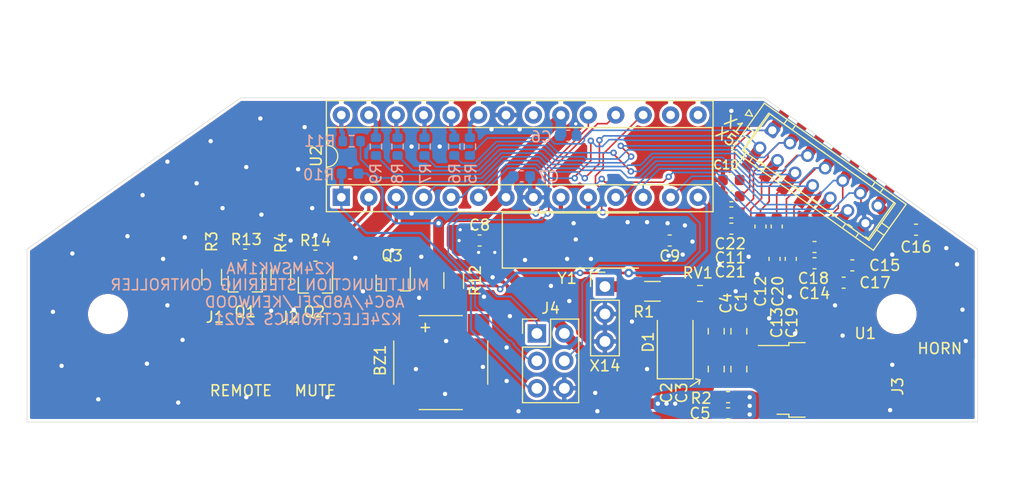
<source format=kicad_pcb>
(kicad_pcb (version 20171130) (host pcbnew "(5.1.9)-1")
  (layers (0 F.Cu signal) (31 B.Cu signal) (34 B.Paste user) (35 F.Paste user) (36 B.SilkS user) (37 F.SilkS user) (38 B.Mask user) (39 F.Mask user) (44 Edge.Cuts user))
  (net 0 "")
  (net 1 "Net-(BZ1-Pad1)")
  (net 2 "Net-(BZ1-Pad2)")
  (net 3 GND)
  (net 4 +12V)
  (net 5 +5V)
  (net 6 /RSVD1)
  (net 7 /VOLP)
  (net 8 /RSVD5)
  (net 9 /RSVD7)
  (net 10 /VOLM)
  (net 11 /DOWN)
  (net 12 /HORN)
  (net 13 /UP)
  (net 14 /RIGHT)
  (net 15 /RSVD8)
  (net 16 /RSVD6)
  (net 17 /RSVD4)
  (net 18 /LEFT)
  (net 19 "Net-(D1-Pad2)")
  (net 20 "Net-(J1-Pad1)")
  (net 21 "Net-(J2-Pad1)")
  (net 22 /RST)
  (net 23 /MOSI)
  (net 24 /SCK)
  (net 25 /MISO)
  (net 26 "Net-(Q1-Pad2)")
  (net 27 /REM)
  (net 28 "Net-(Q2-Pad2)")
  (net 29 /MUTE)
  (net 30 /BUZ_EN)
  (net 31 +12VA)
  (net 32 "Net-(R5-Pad2)")
  (net 33 "Net-(R6-Pad2)")
  (net 34 "Net-(R7-Pad2)")
  (net 35 "Net-(R8-Pad2)")
  (net 36 "Net-(R9-Pad2)")
  (net 37 "Net-(R11-Pad2)")
  (net 38 "Net-(C9-Pad2)")
  (net 39 "Net-(C8-Pad2)")
  (net 40 "Net-(U2-Pad21)")
  (net 41 "Net-(U2-Pad16)")
  (net 42 "Net-(U2-Pad15)")
  (module K24LIB:logo_10 (layer F.Cu) (at 157.6065 105.4478)
    (fp_text reference G*** hide)
    (fp_text value LOGO hide)
  )
  (module Capacitor_SMD:C_0603_1608Metric (layer F.Cu) (at 104.1065 125.7478 180)
    (fp_text reference R14 (at 0 1.4) (layer F.SilkS))
    (fp_text value 10K)
    (pad 2 smd roundrect (at 0.775 0 180) (size 0.9 0.95) (layers F.Cu F.Paste F.Mask) (net 3 GND))
    (pad 1 smd roundrect (at -0.775 0 180) (size 0.9 0.95) (layers F.Cu F.Paste F.Mask) (net 29 /MUTE))
  )
  (module Capacitor_SMD:C_0603_1608Metric (layer F.Cu) (at 97.6065 125.6478 180)
    (fp_text reference R13 (at -0.1 1.4) (layer F.SilkS))
    (fp_text value 10K)
    (pad 2 smd roundrect (at 0.775 0 180) (size 0.9 0.95) (layers F.Cu F.Paste F.Mask) (net 3 GND))
    (pad 1 smd roundrect (at -0.775 0 180) (size 0.9 0.95) (layers F.Cu F.Paste F.Mask) (net 27 /REM))
  )
  (module Connector_PinHeader_2.00mm:PinHeader_2x07_P2.00mm_Vertical_SMD (layer F.Cu) (at 150.732573 118.3978 54.5)
    (fp_text reference X1 (at -0.677575 -9.129667 324.5) (layer F.SilkS))
    (fp_text value Conn_02x07_Odd_Even)
    (pad 14 smd rect (at 2.085 6 54.5) (size 1.7 1) (layers F.Cu F.Paste F.Mask) (net 12 /HORN))
    (pad 13 smd rect (at -2.085 6 54.5) (size 2.58 1) (layers F.Cu F.Paste F.Mask) (net 3 GND))
    (pad 12 smd rect (at 2.085 4 54.5) (size 1.7 1) (layers F.Cu F.Paste F.Mask) (net 11 /DOWN))
    (pad 11 smd rect (at -2.085 4 54.5) (size 2.58 1) (layers F.Cu F.Paste F.Mask) (net 13 /UP))
    (pad 10 smd rect (at 2.085 2 54.5) (size 1.7 1) (layers F.Cu F.Paste F.Mask) (net 10 /VOLM))
    (pad 9 smd rect (at -2.085 2 54.5) (size 2.58 1) (layers F.Cu F.Paste F.Mask) (net 14 /RIGHT))
    (pad 8 smd rect (at 2.085 0 54.5) (size 1.7 1) (layers F.Cu F.Paste F.Mask) (net 9 /RSVD7))
    (pad 7 smd rect (at -2.085 0 54.5) (size 2.58 1) (layers F.Cu F.Paste F.Mask) (net 15 /RSVD8))
    (pad 6 smd rect (at 2.085 -2 54.5) (size 1.7 1) (layers F.Cu F.Paste F.Mask) (net 8 /RSVD5))
    (pad 5 smd rect (at -2.085 -2 54.5) (size 2.58 1) (layers F.Cu F.Paste F.Mask) (net 16 /RSVD6))
    (pad 4 smd rect (at 2.085001 -4 54.5) (size 1.7 1) (layers F.Cu F.Paste F.Mask) (net 7 /VOLP))
    (pad 3 smd rect (at -2.085 -4 54.5) (size 2.58 1) (layers F.Cu F.Paste F.Mask) (net 17 /RSVD4))
    (pad 2 smd rect (at 2.085001 -6 54.5) (size 1.7 1) (layers F.Cu F.Paste F.Mask) (net 6 /RSVD1))
    (pad 1 smd rect (at -2.085 -6 54.5) (size 2.58 1) (layers F.Cu F.Paste F.Mask) (net 18 /LEFT))
  )
  (module Capacitor_SMD:C_0603_1608Metric (layer F.Cu) (at 136.9065 124.3478 180)
    (fp_text reference C9 (at 0 -1.43) (layer F.SilkS))
    (fp_text value 30P)
    (pad 2 smd roundrect (at 0.775 0 180) (size 0.9 0.95) (layers F.Cu F.Paste F.Mask) (net 38 "Net-(C9-Pad2)"))
    (pad 1 smd roundrect (at -0.775 0 180) (size 0.9 0.95) (layers F.Cu F.Paste F.Mask) (net 3 GND))
  )
  (module Capacitor_SMD:C_0603_1608Metric (layer F.Cu) (at 119.3065 124.3478)
    (fp_text reference C8 (at 0 -1.43) (layer F.SilkS))
    (fp_text value 30P)
    (pad 2 smd roundrect (at 0.775 0) (size 0.9 0.95) (layers F.Cu F.Paste F.Mask) (net 39 "Net-(C8-Pad2)"))
    (pad 1 smd roundrect (at -0.775 0) (size 0.9 0.95) (layers F.Cu F.Paste F.Mask) (net 3 GND))
  )
  (module Crystal:Crystal_SMD_HC49-SD (layer F.Cu) (at 128.1065 124.3478)
    (fp_text reference Y1 (at -0.7 3.5) (layer F.SilkS))
    (fp_text value C16000J119)
    (pad 2 smd rect (at 4.25 0) (size 4.5 2) (layers F.Cu F.Paste F.Mask) (net 38 "Net-(C9-Pad2)"))
    (pad 1 smd rect (at -4.25 0) (size 4.5 2) (layers F.Cu F.Paste F.Mask) (net 39 "Net-(C8-Pad2)"))
  )
  (module Connector_PinHeader_2.54mm:PinHeader_1x03_P2.54mm_Vertical (layer F.Cu) (at 130.9065 128.6078)
    (fp_text reference X14 (at 0 7.34) (layer F.SilkS))
    (fp_text value Conn_01x03_Male)
    (pad 3 thru_hole oval (at 0 5.08) (size 1.7 1.7) (drill 1) (layers *.Cu *.Mask) (net 3 GND))
    (pad 2 thru_hole oval (at 0 2.54) (size 1.7 1.7) (drill 1) (layers *.Cu *.Mask) (net 3 GND))
    (pad 1 thru_hole rect (at 0 0) (size 1.7 1.7) (drill 1) (layers *.Cu *.Mask) (net 31 +12VA))
  )
  (module Connector_JST:JST_PHD_B14B-PHDSS_2x07_P2.00mm_Vertical (layer F.Cu) (at 146.4065 114.1478 324.5)
    (fp_text reference X5 (at -3.152275 2.985492 144.5) (layer F.SilkS))
    (fp_text value Conn_02x07_Odd_Even)
    (pad 14 thru_hole circle (at 12 2 324.5) (size 1.2 1.2) (drill 0.75) (layers *.Cu *.Mask) (net 3 GND))
    (pad 12 thru_hole circle (at 10 2 324.5) (size 1.2 1.2) (drill 0.75) (layers *.Cu *.Mask) (net 13 /UP))
    (pad 10 thru_hole circle (at 8 2 324.5) (size 1.2 1.2) (drill 0.75) (layers *.Cu *.Mask) (net 14 /RIGHT))
    (pad 8 thru_hole circle (at 6 2 324.5) (size 1.2 1.2) (drill 0.75) (layers *.Cu *.Mask) (net 15 /RSVD8))
    (pad 6 thru_hole circle (at 4 2 324.5) (size 1.2 1.2) (drill 0.75) (layers *.Cu *.Mask) (net 16 /RSVD6))
    (pad 4 thru_hole circle (at 2 2 324.5) (size 1.2 1.2) (drill 0.75) (layers *.Cu *.Mask) (net 17 /RSVD4))
    (pad 2 thru_hole circle (at 0 2 324.5) (size 1.2 1.2) (drill 0.75) (layers *.Cu *.Mask) (net 18 /LEFT))
    (pad 13 thru_hole circle (at 12 0 324.5) (size 1.2 1.2) (drill 0.75) (layers *.Cu *.Mask) (net 12 /HORN))
    (pad 11 thru_hole circle (at 10 0 324.5) (size 1.2 1.2) (drill 0.75) (layers *.Cu *.Mask) (net 11 /DOWN))
    (pad 9 thru_hole circle (at 8 0 324.5) (size 1.2 1.2) (drill 0.75) (layers *.Cu *.Mask) (net 10 /VOLM))
    (pad 7 thru_hole circle (at 6 0 324.5) (size 1.2 1.2) (drill 0.75) (layers *.Cu *.Mask) (net 9 /RSVD7))
    (pad 5 thru_hole circle (at 4 0 324.5) (size 1.2 1.2) (drill 0.75) (layers *.Cu *.Mask) (net 8 /RSVD5))
    (pad 3 thru_hole circle (at 2 0 324.5) (size 1.2 1.2) (drill 0.75) (layers *.Cu *.Mask) (net 7 /VOLP))
    (pad 1 thru_hole roundrect (at 0 0 324.5) (size 1.2 1.2) (drill 0.75) (layers *.Cu *.Mask) (roundrect_rratio 0.2083325) (net 6 /RSVD1))
  )
  (module Package_DIP:DIP-28_W7.62mm_Socket (layer F.Cu) (at 106.5065 120.3478 90)
    (fp_text reference U2 (at 3.81 -2.33 90) (layer F.SilkS))
    (fp_text value ATmega328P-PU)
    (pad 28 thru_hole oval (at 7.62 0 90) (size 1.6 1.6) (drill 0.8) (layers *.Cu *.Mask) (net 37 "Net-(R11-Pad2)"))
    (pad 14 thru_hole oval (at 0 33.02 90) (size 1.6 1.6) (drill 0.8) (layers *.Cu *.Mask) (net 30 /BUZ_EN))
    (pad 27 thru_hole oval (at 7.62 2.54 90) (size 1.6 1.6) (drill 0.8) (layers *.Cu *.Mask) (net 36 "Net-(R9-Pad2)"))
    (pad 13 thru_hole oval (at 0 30.48 90) (size 1.6 1.6) (drill 0.8) (layers *.Cu *.Mask) (net 13 /UP))
    (pad 26 thru_hole oval (at 7.62 5.08 90) (size 1.6 1.6) (drill 0.8) (layers *.Cu *.Mask) (net 35 "Net-(R8-Pad2)"))
    (pad 12 thru_hole oval (at 0 27.94 90) (size 1.6 1.6) (drill 0.8) (layers *.Cu *.Mask) (net 14 /RIGHT))
    (pad 25 thru_hole oval (at 7.62 7.62 90) (size 1.6 1.6) (drill 0.8) (layers *.Cu *.Mask) (net 34 "Net-(R7-Pad2)"))
    (pad 11 thru_hole oval (at 0 25.4 90) (size 1.6 1.6) (drill 0.8) (layers *.Cu *.Mask) (net 10 /VOLM))
    (pad 24 thru_hole oval (at 7.62 10.16 90) (size 1.6 1.6) (drill 0.8) (layers *.Cu *.Mask) (net 33 "Net-(R6-Pad2)"))
    (pad 10 thru_hole oval (at 0 22.86 90) (size 1.6 1.6) (drill 0.8) (layers *.Cu *.Mask) (net 38 "Net-(C9-Pad2)"))
    (pad 23 thru_hole oval (at 7.62 12.7 90) (size 1.6 1.6) (drill 0.8) (layers *.Cu *.Mask) (net 32 "Net-(R5-Pad2)"))
    (pad 9 thru_hole oval (at 0 20.32 90) (size 1.6 1.6) (drill 0.8) (layers *.Cu *.Mask) (net 39 "Net-(C8-Pad2)"))
    (pad 22 thru_hole oval (at 7.62 15.24 90) (size 1.6 1.6) (drill 0.8) (layers *.Cu *.Mask) (net 3 GND))
    (pad 8 thru_hole oval (at 0 17.78 90) (size 1.6 1.6) (drill 0.8) (layers *.Cu *.Mask) (net 3 GND))
    (pad 21 thru_hole oval (at 7.62 17.78 90) (size 1.6 1.6) (drill 0.8) (layers *.Cu *.Mask) (net 40 "Net-(U2-Pad21)"))
    (pad 7 thru_hole oval (at 0 15.24 90) (size 1.6 1.6) (drill 0.8) (layers *.Cu *.Mask) (net 5 +5V))
    (pad 20 thru_hole oval (at 7.62 20.32 90) (size 1.6 1.6) (drill 0.8) (layers *.Cu *.Mask) (net 5 +5V))
    (pad 6 thru_hole oval (at 0 12.7 90) (size 1.6 1.6) (drill 0.8) (layers *.Cu *.Mask) (net 11 /DOWN))
    (pad 19 thru_hole oval (at 7.62 22.86 90) (size 1.6 1.6) (drill 0.8) (layers *.Cu *.Mask) (net 24 /SCK))
    (pad 5 thru_hole oval (at 0 10.16 90) (size 1.6 1.6) (drill 0.8) (layers *.Cu *.Mask) (net 7 /VOLP))
    (pad 18 thru_hole oval (at 7.62 25.4 90) (size 1.6 1.6) (drill 0.8) (layers *.Cu *.Mask) (net 25 /MISO))
    (pad 4 thru_hole oval (at 0 7.62 90) (size 1.6 1.6) (drill 0.8) (layers *.Cu *.Mask) (net 18 /LEFT))
    (pad 17 thru_hole oval (at 7.62 27.94 90) (size 1.6 1.6) (drill 0.8) (layers *.Cu *.Mask) (net 23 /MOSI))
    (pad 3 thru_hole oval (at 0 5.08 90) (size 1.6 1.6) (drill 0.8) (layers *.Cu *.Mask) (net 29 /MUTE))
    (pad 16 thru_hole oval (at 7.62 30.48 90) (size 1.6 1.6) (drill 0.8) (layers *.Cu *.Mask) (net 41 "Net-(U2-Pad16)"))
    (pad 2 thru_hole oval (at 0 2.54 90) (size 1.6 1.6) (drill 0.8) (layers *.Cu *.Mask) (net 27 /REM))
    (pad 15 thru_hole oval (at 7.62 33.02 90) (size 1.6 1.6) (drill 0.8) (layers *.Cu *.Mask) (net 42 "Net-(U2-Pad15)"))
    (pad 1 thru_hole rect (at 0 0 90) (size 1.6 1.6) (drill 0.8) (layers *.Cu *.Mask) (net 22 /RST))
  )
  (module Package_TO_SOT_SMD:TO-252-3_TabPin2 (layer F.Cu) (at 150.4065 137.2478)
    (fp_text reference U1 (at 4.6 -4.3) (layer F.SilkS))
    (fp_text value L7805)
    (pad 2 smd rect (at 2.1 0) (size 6.4 5.8) (layers F.Cu F.Mask) (net 3 GND))
    (pad 3 smd rect (at -4.2 2.28) (size 2.2 1.2) (layers F.Cu F.Paste F.Mask) (net 5 +5V))
    (pad 2 smd rect (at -4.2 0) (size 2.2 1.2) (layers F.Cu F.Paste F.Mask) (net 3 GND))
    (pad 1 smd rect (at -4.2 -2.28) (size 2.2 1.2) (layers F.Cu F.Paste F.Mask) (net 4 +12V))
  )
  (module Resistor_SMD:R_0805_2012Metric (layer F.Cu) (at 139.7065 129.2478)
    (fp_text reference RV1 (at -0.2 -1.9) (layer F.SilkS))
    (fp_text value VC080514A300DP)
    (pad 2 smd roundrect (at 0.9125 0) (size 1.025 1.4) (layers F.Cu F.Paste F.Mask) (roundrect_rratio 0.2439014634146341) (net 3 GND))
    (pad 1 smd roundrect (at -0.9125 0) (size 1.025 1.4) (layers F.Cu F.Paste F.Mask) (roundrect_rratio 0.2439014634146341) (net 19 "Net-(D1-Pad2)"))
  )
  (module Resistor_SMD:R_1206_3216Metric (layer F.Cu) (at 116.9065 128.0478 270)
    (fp_text reference R12 (at 0 -2 90) (layer F.SilkS))
    (fp_text value 15R)
    (pad 2 smd roundrect (at 1.4625 0 270) (size 1.125 1.75) (layers F.Cu F.Paste F.Mask) (roundrect_rratio 0.2222213333333333) (net 1 "Net-(BZ1-Pad1)"))
    (pad 1 smd roundrect (at -1.4625 0 270) (size 1.125 1.75) (layers F.Cu F.Paste F.Mask) (roundrect_rratio 0.2222213333333333) (net 5 +5V))
  )
  (module Resistor_SMD:R_0603_1608Metric (layer B.Cu) (at 107.4565 115.1478 180)
    (fp_text reference R11 (at 2.95 0) (layer B.SilkS) (effects (justify mirror)))
    (fp_text value 0R)
    (pad 2 smd roundrect (at 0.825 0 180) (size 0.8 0.95) (layers B.Cu B.Paste B.Mask) (net 37 "Net-(R11-Pad2)"))
    (pad 1 smd roundrect (at -0.825 0 180) (size 0.8 0.95) (layers B.Cu B.Paste B.Mask) (net 15 /RSVD8))
  )
  (module Capacitor_SMD:C_0603_1608Metric (layer B.Cu) (at 107.3065 118.1478 180)
    (fp_text reference R10 (at 2.9 -0.1) (layer B.SilkS) (effects (justify mirror)))
    (fp_text value 10K)
    (pad 2 smd roundrect (at 0.775 0 180) (size 0.9 0.95) (layers B.Cu B.Paste B.Mask) (net 22 /RST))
    (pad 1 smd roundrect (at -0.775 0 180) (size 0.9 0.95) (layers B.Cu B.Paste B.Mask) (net 5 +5V))
  )
  (module Resistor_SMD:R_0603_1608Metric (layer B.Cu) (at 109.7065 115.6478 90)
    (fp_text reference R9 (at -2.5 0 270) (layer B.SilkS) (effects (justify mirror)))
    (fp_text value 0R)
    (pad 2 smd roundrect (at 0.825 0 90) (size 0.8 0.95) (layers B.Cu B.Paste B.Mask) (net 36 "Net-(R9-Pad2)"))
    (pad 1 smd roundrect (at -0.825 0 90) (size 0.8 0.95) (layers B.Cu B.Paste B.Mask) (net 16 /RSVD6))
  )
  (module Resistor_SMD:R_0603_1608Metric (layer B.Cu) (at 111.7065 115.6478 90)
    (fp_text reference R8 (at -2.5 0 90) (layer B.SilkS) (effects (justify mirror)))
    (fp_text value 0R)
    (pad 2 smd roundrect (at 0.825 0 90) (size 0.8 0.95) (layers B.Cu B.Paste B.Mask) (net 35 "Net-(R8-Pad2)"))
    (pad 1 smd roundrect (at -0.825 0 90) (size 0.8 0.95) (layers B.Cu B.Paste B.Mask) (net 17 /RSVD4))
  )
  (module Resistor_SMD:R_0603_1608Metric (layer B.Cu) (at 114.2065 115.6478 90)
    (fp_text reference R7 (at -2.5 0.1 90) (layer B.SilkS) (effects (justify mirror)))
    (fp_text value 0R)
    (pad 2 smd roundrect (at 0.825 0 90) (size 0.8 0.95) (layers B.Cu B.Paste B.Mask) (net 34 "Net-(R7-Pad2)"))
    (pad 1 smd roundrect (at -0.825 0 90) (size 0.8 0.95) (layers B.Cu B.Paste B.Mask) (net 8 /RSVD5))
  )
  (module Resistor_SMD:R_0603_1608Metric (layer B.Cu) (at 116.9565 115.6478 90)
    (fp_text reference R6 (at -2.5 0.05 90) (layer B.SilkS) (effects (justify mirror)))
    (fp_text value 0R)
    (pad 2 smd roundrect (at 0.825 0 90) (size 0.8 0.95) (layers B.Cu B.Paste B.Mask) (net 33 "Net-(R6-Pad2)"))
    (pad 1 smd roundrect (at -0.825 0 90) (size 0.8 0.95) (layers B.Cu B.Paste B.Mask) (net 9 /RSVD7))
  )
  (module Resistor_SMD:R_0603_1608Metric (layer B.Cu) (at 118.4065 115.6478 90)
    (fp_text reference R5 (at -2.5 0.1 90) (layer B.SilkS) (effects (justify mirror)))
    (fp_text value 0R)
    (pad 2 smd roundrect (at 0.825 0 90) (size 0.8 0.95) (layers B.Cu B.Paste B.Mask) (net 32 "Net-(R5-Pad2)"))
    (pad 1 smd roundrect (at -0.825 0 90) (size 0.8 0.95) (layers B.Cu B.Paste B.Mask) (net 6 /RSVD1))
  )
  (module Resistor_SMD:R_1206_3216Metric (layer F.Cu) (at 100.9065 127.7478 90)
    (fp_text reference R4 (at 3.2 0 90) (layer F.SilkS))
    (fp_text value 15R)
    (pad 2 smd roundrect (at 1.4625 0 90) (size 1.125 1.75) (layers F.Cu F.Paste F.Mask) (roundrect_rratio 0.2222213333333333) (net 3 GND))
    (pad 1 smd roundrect (at -1.4625 0 90) (size 1.125 1.75) (layers F.Cu F.Paste F.Mask) (roundrect_rratio 0.2222213333333333) (net 28 "Net-(Q2-Pad2)"))
  )
  (module Resistor_SMD:R_1206_3216Metric (layer F.Cu) (at 94.5065 127.7478 90)
    (fp_text reference R3 (at 3.3 0 90) (layer F.SilkS))
    (fp_text value 15R)
    (pad 2 smd roundrect (at 1.4625 0 90) (size 1.125 1.75) (layers F.Cu F.Paste F.Mask) (roundrect_rratio 0.2222213333333333) (net 3 GND))
    (pad 1 smd roundrect (at -1.4625 0 90) (size 1.125 1.75) (layers F.Cu F.Paste F.Mask) (roundrect_rratio 0.2222213333333333) (net 26 "Net-(Q1-Pad2)"))
  )
  (module Capacitor_SMD:C_0603_1608Metric (layer F.Cu) (at 142.3065 138.8478 180)
    (fp_text reference R2 (at 2.5 -0.1) (layer F.SilkS))
    (fp_text value 1K)
    (pad 2 smd roundrect (at 0.775 0 180) (size 0.9 0.95) (layers F.Cu F.Paste F.Mask) (net 3 GND))
    (pad 1 smd roundrect (at -0.775 0 180) (size 0.9 0.95) (layers F.Cu F.Paste F.Mask) (net 5 +5V))
  )
  (module Resistor_SMD:R_1206_3216Metric (layer F.Cu) (at 135.3065 129.0478 180)
    (fp_text reference R1 (at 0.8 -1.9) (layer F.SilkS))
    (fp_text value 15R)
    (pad 2 smd roundrect (at 1.4625 0 180) (size 1.125 1.75) (layers F.Cu F.Paste F.Mask) (roundrect_rratio 0.2222213333333333) (net 31 +12VA))
    (pad 1 smd roundrect (at -1.4625 0 180) (size 1.125 1.75) (layers F.Cu F.Paste F.Mask) (roundrect_rratio 0.2222213333333333) (net 19 "Net-(D1-Pad2)"))
  )
  (module Package_TO_SOT_SMD:SOT-23 (layer F.Cu) (at 111.3065 128.2478 270)
    (fp_text reference Q3 (at -2.5 0.1) (layer F.SilkS))
    (fp_text value 2N7002)
    (pad 3 smd rect (at 1 0 270) (size 0.9 0.8) (layers F.Cu F.Paste F.Mask) (net 2 "Net-(BZ1-Pad2)"))
    (pad 2 smd rect (at -1 0.95 270) (size 0.9 0.8) (layers F.Cu F.Paste F.Mask) (net 3 GND))
    (pad 1 smd rect (at -1 -0.95 270) (size 0.9 0.8) (layers F.Cu F.Paste F.Mask) (net 30 /BUZ_EN))
  )
  (module Package_TO_SOT_SMD:SOT-23 (layer F.Cu) (at 104.1065 128.4478 270)
    (fp_text reference Q2 (at 2.5 0.1) (layer F.SilkS))
    (fp_text value 2N7002)
    (pad 3 smd rect (at 1 0 270) (size 0.9 0.8) (layers F.Cu F.Paste F.Mask) (net 21 "Net-(J2-Pad1)"))
    (pad 2 smd rect (at -1 0.95 270) (size 0.9 0.8) (layers F.Cu F.Paste F.Mask) (net 28 "Net-(Q2-Pad2)"))
    (pad 1 smd rect (at -1 -0.95 270) (size 0.9 0.8) (layers F.Cu F.Paste F.Mask) (net 29 /MUTE))
  )
  (module Package_TO_SOT_SMD:SOT-23 (layer F.Cu) (at 97.6065 128.3478 270)
    (fp_text reference Q1 (at 2.6 0 180) (layer F.SilkS))
    (fp_text value 2N7002)
    (pad 3 smd rect (at 1 0 270) (size 0.9 0.8) (layers F.Cu F.Paste F.Mask) (net 20 "Net-(J1-Pad1)"))
    (pad 2 smd rect (at -1 0.95 270) (size 0.9 0.8) (layers F.Cu F.Paste F.Mask) (net 26 "Net-(Q1-Pad2)"))
    (pad 1 smd rect (at -1 -0.95 270) (size 0.9 0.8) (layers F.Cu F.Paste F.Mask) (net 27 /REM))
  )
  (module Connector_PinHeader_2.54mm:PinHeader_2x03_P2.54mm_Vertical (layer F.Cu) (at 124.6065 132.9478)
    (fp_text reference J4 (at 1.27 -2.33) (layer F.SilkS))
    (fp_text value Conn_02x03_Odd_Even)
    (pad 6 thru_hole oval (at 2.54 5.08) (size 1.7 1.7) (drill 1) (layers *.Cu *.Mask) (net 3 GND))
    (pad 5 thru_hole oval (at 0 5.08) (size 1.7 1.7) (drill 1) (layers *.Cu *.Mask) (net 22 /RST))
    (pad 4 thru_hole oval (at 2.54 2.54) (size 1.7 1.7) (drill 1) (layers *.Cu *.Mask) (net 23 /MOSI))
    (pad 3 thru_hole oval (at 0 2.54) (size 1.7 1.7) (drill 1) (layers *.Cu *.Mask) (net 24 /SCK))
    (pad 2 thru_hole oval (at 2.54 0) (size 1.7 1.7) (drill 1) (layers *.Cu *.Mask) (net 5 +5V))
    (pad 1 thru_hole rect (at 0 0) (size 1.7 1.7) (drill 1) (layers *.Cu *.Mask) (net 25 /MISO))
  )
  (module Connector:SpringContact_Harwin_S1941-46R (layer F.Cu) (at 162.0065 136.8478 90)
    (fp_text reference J3 (at -1 -4 90) (layer F.SilkS))
    (fp_text value Conn_01x01_Male)
    (pad 1 smd rect (at -1.1 0 90) (size 4.6 5.7) (layers F.Cu F.Paste F.Mask) (net 12 /HORN))
  )
  (module Connector:SpringContact_Harwin_S1941-46R (layer F.Cu) (at 104.1065 133.5478 90)
    (fp_text reference J2 (at 2.1 -2.4 180) (layer F.SilkS))
    (fp_text value Conn_01x01_Male)
    (pad 1 smd rect (at -1.1 0 90) (size 4.6 5.7) (layers F.Cu F.Paste F.Mask) (net 21 "Net-(J2-Pad1)"))
  )
  (module Connector:SpringContact_Harwin_S1941-46R (layer F.Cu) (at 97.2065 133.5478 90)
    (fp_text reference J1 (at 2.1 -2.4) (layer F.SilkS))
    (fp_text value Conn_01x01_Male)
    (pad 1 smd rect (at -1.1 0 90) (size 4.6 5.7) (layers F.Cu F.Paste F.Mask) (net 20 "Net-(J1-Pad1)"))
  )
  (module MountingHole:MountingHole_3.2mm_M3 (layer F.Cu) (at 84.9065 131.1478)
    (fp_text reference H2 (at 0 -0.1) (layer F.SilkS))
    (fp_text value MountingHole)
    (pad 1 np_thru_hole circle (at 0 0) (size 3.2 3.2) (drill 3.2) (layers *.Cu *.Mask))
  )
  (module MountingHole:MountingHole_3.2mm_M3 (layer F.Cu) (at 157.9065 131.1478)
    (fp_text reference H1 (at 0.1 -0.1) (layer F.SilkS))
    (fp_text value MountingHole)
    (pad 1 np_thru_hole circle (at 0 0) (size 3.2 3.2) (drill 3.2) (layers *.Cu *.Mask))
  )
  (module Diode_SMD:D_SMA (layer F.Cu) (at 137.4065 133.7478 90)
    (fp_text reference D1 (at 0 -2.5 90) (layer F.SilkS))
    (fp_text value M1F)
    (pad 2 smd rect (at 2 0 90) (size 2.5 1.8) (layers F.Cu F.Paste F.Mask) (net 19 "Net-(D1-Pad2)"))
    (pad 1 smd rect (at -2 0 90) (size 2.5 1.8) (layers F.Cu F.Paste F.Mask) (net 4 +12V))
  )
  (module Capacitor_SMD:C_0603_1608Metric (layer F.Cu) (at 142.6065 120.2478 180)
    (fp_text reference C22 (at 0.1 -4.4) (layer F.SilkS))
    (fp_text value 100N)
    (pad 2 smd roundrect (at 0.775 0 180) (size 0.9 0.95) (layers F.Cu F.Paste F.Mask) (net 3 GND))
    (pad 1 smd roundrect (at -0.775 0 180) (size 0.9 0.95) (layers F.Cu F.Paste F.Mask) (net 18 /LEFT))
  )
  (module Capacitor_SMD:C_0603_1608Metric (layer F.Cu) (at 142.6065 123.2478 180)
    (fp_text reference C21 (at 0.1 -4) (layer F.SilkS))
    (fp_text value 100N)
    (pad 2 smd roundrect (at 0.775 0 180) (size 0.9 0.95) (layers F.Cu F.Paste F.Mask) (net 3 GND))
    (pad 1 smd roundrect (at -0.775 0 180) (size 0.9 0.95) (layers F.Cu F.Paste F.Mask) (net 17 /RSVD4))
  )
  (module Capacitor_SMD:C_0603_1608Metric (layer F.Cu) (at 146.8065 123.0478 270)
    (fp_text reference C20 (at 6 -0.1 90) (layer F.SilkS))
    (fp_text value 100N)
    (pad 2 smd roundrect (at 0.775 0 270) (size 0.9 0.95) (layers F.Cu F.Paste F.Mask) (net 3 GND))
    (pad 1 smd roundrect (at -0.775 0 270) (size 0.9 0.95) (layers F.Cu F.Paste F.Mask) (net 16 /RSVD6))
  )
  (module Capacitor_SMD:C_0603_1608Metric (layer F.Cu) (at 148.1065 126.0478 270)
    (fp_text reference C19 (at 5.9 -0.1 90) (layer F.SilkS))
    (fp_text value 100N)
    (pad 2 smd roundrect (at 0.775 0 270) (size 0.9 0.95) (layers F.Cu F.Paste F.Mask) (net 3 GND))
    (pad 1 smd roundrect (at -0.775 0 270) (size 0.9 0.95) (layers F.Cu F.Paste F.Mask) (net 15 /RSVD8))
  )
  (module Capacitor_SMD:C_0603_1608Metric (layer F.Cu) (at 150.3065 124.9478 180)
    (fp_text reference C18 (at 0.1 -2.9) (layer F.SilkS))
    (fp_text value 100N)
    (pad 2 smd roundrect (at 0.775 0 180) (size 0.9 0.95) (layers F.Cu F.Paste F.Mask) (net 3 GND))
    (pad 1 smd roundrect (at -0.775 0 180) (size 0.9 0.95) (layers F.Cu F.Paste F.Mask) (net 14 /RIGHT))
  )
  (module Capacitor_SMD:C_0603_1608Metric (layer F.Cu) (at 153.0065 128.2478)
    (fp_text reference C17 (at 2.9 0) (layer F.SilkS))
    (fp_text value 100N)
    (pad 2 smd roundrect (at 0.775 0) (size 0.9 0.95) (layers F.Cu F.Paste F.Mask) (net 3 GND))
    (pad 1 smd roundrect (at -0.775 0) (size 0.9 0.95) (layers F.Cu F.Paste F.Mask) (net 13 /UP))
  )
  (module Capacitor_SMD:C_0603_1608Metric (layer F.Cu) (at 159.7065 123.3478)
    (fp_text reference C16 (at 0 1.6) (layer F.SilkS))
    (fp_text value 100N)
    (pad 2 smd roundrect (at 0.775 0) (size 0.9 0.95) (layers F.Cu F.Paste F.Mask) (net 3 GND))
    (pad 1 smd roundrect (at -0.775 0) (size 0.9 0.95) (layers F.Cu F.Paste F.Mask) (net 12 /HORN))
  )
  (module Capacitor_SMD:C_0603_1608Metric (layer F.Cu) (at 153.8065 126.6478)
    (fp_text reference C15 (at 3 0) (layer F.SilkS))
    (fp_text value 100N)
    (pad 2 smd roundrect (at 0.775 0) (size 0.9 0.95) (layers F.Cu F.Paste F.Mask) (net 3 GND))
    (pad 1 smd roundrect (at -0.775 0) (size 0.9 0.95) (layers F.Cu F.Paste F.Mask) (net 11 /DOWN))
  )
  (module Capacitor_SMD:C_0603_1608Metric (layer F.Cu) (at 150.3065 126.4478 180)
    (fp_text reference C14 (at 0 -2.8) (layer F.SilkS))
    (fp_text value 100N)
    (pad 2 smd roundrect (at 0.775 0 180) (size 0.9 0.95) (layers F.Cu F.Paste F.Mask) (net 3 GND))
    (pad 1 smd roundrect (at -0.775 0 180) (size 0.9 0.95) (layers F.Cu F.Paste F.Mask) (net 10 /VOLM))
  )
  (module Capacitor_SMD:C_0603_1608Metric (layer F.Cu) (at 146.6065 126.0478 270)
    (fp_text reference C13 (at 5.9 -0.2 90) (layer F.SilkS))
    (fp_text value 100N)
    (pad 2 smd roundrect (at 0.775 0 270) (size 0.9 0.95) (layers F.Cu F.Paste F.Mask) (net 3 GND))
    (pad 1 smd roundrect (at -0.775 0 270) (size 0.9 0.95) (layers F.Cu F.Paste F.Mask) (net 9 /RSVD7))
  )
  (module Capacitor_SMD:C_0603_1608Metric (layer F.Cu) (at 145.3065 123.0478 270)
    (fp_text reference C12 (at 6 0 90) (layer F.SilkS))
    (fp_text value 100N)
    (pad 2 smd roundrect (at 0.775 0 270) (size 0.9 0.95) (layers F.Cu F.Paste F.Mask) (net 3 GND))
    (pad 1 smd roundrect (at -0.775 0 270) (size 0.9 0.95) (layers F.Cu F.Paste F.Mask) (net 8 /RSVD5))
  )
  (module Capacitor_SMD:C_0603_1608Metric (layer F.Cu) (at 142.6065 121.7478 180)
    (fp_text reference C11 (at 0.1 -4.2) (layer F.SilkS))
    (fp_text value 100N)
    (pad 2 smd roundrect (at 0.775 0 180) (size 0.9 0.95) (layers F.Cu F.Paste F.Mask) (net 3 GND))
    (pad 1 smd roundrect (at -0.775 0 180) (size 0.9 0.95) (layers F.Cu F.Paste F.Mask) (net 7 /VOLP))
  )
  (module Capacitor_SMD:C_0603_1608Metric (layer F.Cu) (at 142.6065 118.7478 180)
    (fp_text reference C10 (at 0.5 1.4) (layer F.SilkS) (effects (font (size 0.8 0.8))))
    (fp_text value 100N)
    (pad 2 smd roundrect (at 0.775 0 180) (size 0.9 0.95) (layers F.Cu F.Paste F.Mask) (net 3 GND))
    (pad 1 smd roundrect (at -0.775 0 180) (size 0.9 0.95) (layers F.Cu F.Paste F.Mask) (net 6 /RSVD1))
  )
  (module Capacitor_SMD:C_0603_1608Metric (layer B.Cu) (at 123.2065 118.3978)
    (fp_text reference C7 (at 2.5 0.05) (layer B.SilkS) (effects (justify mirror)))
    (fp_text value "100N 16V")
    (pad 2 smd roundrect (at 0.775 0) (size 0.9 0.95) (layers B.Cu B.Paste B.Mask) (net 3 GND))
    (pad 1 smd roundrect (at -0.775 0) (size 0.9 0.95) (layers B.Cu B.Paste B.Mask) (net 5 +5V))
  )
  (module Capacitor_SMD:C_0603_1608Metric (layer B.Cu) (at 127.5065 114.6478)
    (fp_text reference C6 (at -2.5 0.1) (layer B.SilkS) (effects (justify mirror)))
    (fp_text value "100N 16V")
    (pad 2 smd roundrect (at 0.775 0) (size 0.9 0.95) (layers B.Cu B.Paste B.Mask) (net 3 GND))
    (pad 1 smd roundrect (at -0.775 0) (size 0.9 0.95) (layers B.Cu B.Paste B.Mask) (net 5 +5V))
  )
  (module Capacitor_SMD:C_0603_1608Metric (layer F.Cu) (at 142.3065 140.3478 180)
    (fp_text reference C5 (at 2.6 0) (layer F.SilkS))
    (fp_text value "100N 16V")
    (pad 2 smd roundrect (at 0.775 0 180) (size 0.9 0.95) (layers F.Cu F.Paste F.Mask) (net 3 GND))
    (pad 1 smd roundrect (at -0.775 0 180) (size 0.9 0.95) (layers F.Cu F.Paste F.Mask) (net 5 +5V))
  )
  (module Capacitor_SMD:C_0805_2012Metric (layer F.Cu) (at 141.2065 132.7478 90)
    (fp_text reference C4 (at 2.6 0.9 90) (layer F.SilkS))
    (fp_text value "100N 35V")
    (pad 2 smd roundrect (at 0.95 0 90) (size 1 1.45) (layers F.Cu F.Paste F.Mask) (net 3 GND))
    (pad 1 smd roundrect (at -0.95 0 90) (size 1 1.45) (layers F.Cu F.Paste F.Mask) (net 4 +12V))
  )
  (module Capacitor_SMD:C_0805_2012Metric (layer F.Cu) (at 143.3065 136.2478 270)
    (fp_text reference C3 (at 2.2 5.3 90) (layer F.SilkS))
    (fp_text value "22U 35V")
    (pad 2 smd roundrect (at 0.95 0 270) (size 1 1.45) (layers F.Cu F.Paste F.Mask) (net 3 GND))
    (pad 1 smd roundrect (at -0.95 0 270) (size 1 1.45) (layers F.Cu F.Paste F.Mask) (net 4 +12V))
  )
  (module Capacitor_SMD:C_0805_2012Metric (layer F.Cu) (at 141.2065 136.2478 270)
    (fp_text reference C2 (at 2.2 4.6 90) (layer F.SilkS))
    (fp_text value "22U 35V")
    (pad 2 smd roundrect (at 0.95 0 270) (size 1 1.45) (layers F.Cu F.Paste F.Mask) (net 3 GND))
    (pad 1 smd roundrect (at -0.95 0 270) (size 1 1.45) (layers F.Cu F.Paste F.Mask) (net 4 +12V))
  )
  (module Capacitor_SMD:C_0805_2012Metric (layer F.Cu) (at 143.3065 132.7478 90)
    (fp_text reference C1 (at 2.7 0.2 90) (layer F.SilkS))
    (fp_text value "22U 35V")
    (pad 2 smd roundrect (at 0.95 0 90) (size 1 1.45) (layers F.Cu F.Paste F.Mask) (net 3 GND))
    (pad 1 smd roundrect (at -0.95 0 90) (size 1 1.45) (layers F.Cu F.Paste F.Mask) (net 4 +12V))
  )
  (module Buzzer_Beeper:PUIAudio_SMT_0825_S_4_R (layer F.Cu) (at 115.7065 135.6478)
    (fp_text reference BZ1 (at -5.6 -0.2 90) (layer F.SilkS))
    (fp_text value YS-SBZ7525C03R16)
    (fp_text user + (at -1.5 -3.25 270) (layer F.SilkS))
    (pad 1 smd rect (at -3.5 -3.5 270) (size 2 2) (layers F.Cu F.Paste F.Mask) (net 1 "Net-(BZ1-Pad1)"))
    (pad 2 smd rect (at -3.5 3.5 270) (size 2 2) (layers F.Cu F.Paste F.Mask) (net 2 "Net-(BZ1-Pad2)"))
    (pad 3 smd rect (at 3.5 3.5 270) (size 2 2) (layers F.Cu F.Paste F.Mask))
    (pad 4 smd rect (at 3.5 -3.5 270) (size 2 2) (layers F.Cu F.Paste F.Mask))
  )
  (gr_text "K24ELECTRONICS 2021\n" (at 103.4065 131.6478) (layer B.SilkS) (effects (font (size 1 1)) (justify mirror)))
  (gr_text A6C4/A8D2FL/KENWOOD (at 103.1065 130.0478) (layer B.SilkS) (effects (font (size 1 1)) (justify mirror)))
  (gr_text "MULTIFUNCTION STEERING CONTROLLER" (at 99.9065 128.4478) (layer B.SilkS) (effects (font (size 1 1)) (justify mirror)))
  (gr_text K24MSWK1MA (at 100.9065 126.9478) (layer B.SilkS) (effects (font (size 1 1)) (justify mirror)))
  (gr_text HORN (at 161.9065 134.3478) (layer F.SilkS) (effects (font (size 1 1))))
  (gr_text "MUTE\n" (at 104.1065 138.2478) (layer F.SilkS) (effects (font (size 1 1))))
  (gr_text "REMOTE\n" (at 97.2065 138.2478) (layer F.SilkS) (effects (font (size 1 1))))
  (gr_line (start 139.3065 137.1478) (end 139.7065 137.2478) (layer F.SilkS) (width 0.12))
  (gr_line (start 139.6065 137.6478) (end 139.7065 137.2478) (layer F.SilkS) (width 0.12))
  (gr_line (start 139.7065 137.2478) (end 139.6065 137.6478) (layer F.SilkS) (width 0.12))
  (gr_line (start 138.8065 137.8478) (end 139.7065 137.2478) (layer F.SilkS) (width 0.12))
  (gr_line (start 145.6565 111.1478) (end 165.4065 125.1478) (layer Edge.Cuts) (width 0.05))
  (gr_line (start 97.1565 111.1478) (end 145.6565 111.1478) (layer Edge.Cuts) (width 0.05))
  (gr_line (start 77.4065 125.1478) (end 97.1565 111.1478) (layer Edge.Cuts) (width 0.05))
  (gr_line (start 77.4065 141.1478) (end 77.4065 125.1478) (layer Edge.Cuts) (width 0.05))
  (gr_line (start 165.4065 141.1478) (end 165.4065 125.1478) (layer Edge.Cuts) (width 0.05))
  (gr_line (start 77.4065 141.1478) (end 165.4065 141.1478) (layer Edge.Cuts) (width 0.05))
  (segment (start 114.269 132.1478) (end 116.9065 129.5103) (width 1) (layer F.Cu) (net 1))
  (segment (start 112.2065 132.1478) (end 114.269 132.1478) (width 1) (layer F.Cu) (net 1))
  (segment (start 111.3065 129.2478) (end 110.9065 129.2478) (width 1) (layer F.Cu) (net 2))
  (segment (start 110.9065 129.2478) (end 110.0065 130.1478) (width 1) (layer F.Cu) (net 2))
  (segment (start 110.0065 136.9478) (end 112.2065 139.1478) (width 1) (layer F.Cu) (net 2))
  (segment (start 110.0065 130.1478) (end 110.0065 136.9478) (width 1) (layer F.Cu) (net 2))
  (via (at 118.6065 123.2478) (size 0.6) (drill 0.3) (layers F.Cu B.Cu) (net 3))
  (via (at 117.4065 124.3478) (size 0.6) (drill 0.3) (layers F.Cu B.Cu) (net 3))
  (via (at 117.5065 123.3478) (size 0.6) (drill 0.3) (layers F.Cu B.Cu) (net 3))
  (via (at 128.2065 113.5478) (size 0.6) (drill 0.3) (layers F.Cu B.Cu) (net 3))
  (segment (start 155.01448 122.971469) (end 154.4065 123.579449) (width 0.4) (layer F.Cu) (net 3))
  (segment (start 155.01448 122.744467) (end 155.01448 122.971469) (width 0.4) (layer F.Cu) (net 3))
  (segment (start 128.2065 114.5728) (end 128.2815 114.6478) (width 0.4) (layer B.Cu) (net 3))
  (segment (start 128.2065 113.5478) (end 128.2065 114.5728) (width 0.4) (layer B.Cu) (net 3))
  (segment (start 123.9815 120.0428) (end 124.2865 120.3478) (width 0.4) (layer B.Cu) (net 3))
  (segment (start 123.9815 118.3978) (end 123.9815 120.0428) (width 0.4) (layer B.Cu) (net 3))
  (segment (start 149.5315 124.9478) (end 149.5315 126.4478) (width 0.4) (layer F.Cu) (net 3))
  (segment (start 141.8315 118.7478) (end 141.8315 123.2478) (width 0.4) (layer F.Cu) (net 3))
  (segment (start 145.3065 123.8228) (end 146.8065 123.8228) (width 0.4) (layer F.Cu) (net 3))
  (segment (start 146.6065 126.8228) (end 148.1065 126.8228) (width 0.4) (layer F.Cu) (net 3))
  (segment (start 154.5815 127.4478) (end 153.7815 128.2478) (width 0.4) (layer F.Cu) (net 3))
  (segment (start 154.5815 126.6478) (end 154.5815 127.4478) (width 0.4) (layer F.Cu) (net 3))
  (via (at 127.4065 126.0478) (size 0.8) (drill 0.4) (layers F.Cu B.Cu) (net 3))
  (via (at 128.2065 124.2478) (size 0.8) (drill 0.4) (layers F.Cu B.Cu) (net 3))
  (via (at 128.0065 122.7478) (size 0.8) (drill 0.4) (layers F.Cu B.Cu) (net 3))
  (via (at 125.9065 128.5478) (size 0.8) (drill 0.4) (layers F.Cu B.Cu) (net 3))
  (via (at 127.6065 129.9478) (size 0.8) (drill 0.4) (layers F.Cu B.Cu) (net 3))
  (via (at 116.2065 133.6478) (size 0.8) (drill 0.4) (layers F.Cu B.Cu) (net 3))
  (via (at 116.1065 138.5478) (size 0.8) (drill 0.4) (layers F.Cu B.Cu) (net 3))
  (via (at 113.4065 136.2478) (size 0.8) (drill 0.4) (layers F.Cu B.Cu) (net 3))
  (via (at 119.6065 136.0478) (size 0.8) (drill 0.4) (layers F.Cu B.Cu) (net 3))
  (via (at 80.6065 135.9478) (size 0.8) (drill 0.4) (layers F.Cu B.Cu) (net 3))
  (via (at 84.0065 139.0478) (size 0.8) (drill 0.4) (layers F.Cu B.Cu) (net 3))
  (via (at 88.5065 135.7478) (size 0.8) (drill 0.4) (layers F.Cu B.Cu) (net 3))
  (via (at 91.4065 139.3478) (size 0.8) (drill 0.4) (layers F.Cu B.Cu) (net 3))
  (via (at 91.8065 133.5478) (size 0.8) (drill 0.4) (layers F.Cu B.Cu) (net 3))
  (via (at 90.4065 130.3478) (size 0.8) (drill 0.4) (layers F.Cu B.Cu) (net 3))
  (via (at 79.8065 130.9478) (size 0.8) (drill 0.4) (layers F.Cu B.Cu) (net 3))
  (via (at 81.6065 125.5478) (size 0.8) (drill 0.4) (layers F.Cu B.Cu) (net 3))
  (via (at 86.7065 123.9478) (size 0.8) (drill 0.4) (layers F.Cu B.Cu) (net 3))
  (via (at 90.0065 126.0478) (size 0.8) (drill 0.4) (layers F.Cu B.Cu) (net 3))
  (via (at 88.1065 120.1478) (size 0.8) (drill 0.4) (layers F.Cu B.Cu) (net 3))
  (via (at 92.0065 124.0478) (size 0.8) (drill 0.4) (layers F.Cu B.Cu) (net 3))
  (via (at 90.4065 117.0478) (size 0.8) (drill 0.4) (layers F.Cu B.Cu) (net 3))
  (via (at 95.5065 121.3478) (size 0.8) (drill 0.4) (layers F.Cu B.Cu) (net 3))
  (via (at 93.1065 119.0478) (size 0.8) (drill 0.4) (layers F.Cu B.Cu) (net 3))
  (via (at 94.4065 115.1478) (size 0.8) (drill 0.4) (layers F.Cu B.Cu) (net 3))
  (via (at 99.1065 121.9478) (size 0.8) (drill 0.4) (layers F.Cu B.Cu) (net 3))
  (via (at 97.7065 117.5478) (size 0.8) (drill 0.4) (layers F.Cu B.Cu) (net 3))
  (via (at 103.8065 121.3478) (size 0.8) (drill 0.4) (layers F.Cu B.Cu) (net 3))
  (via (at 99.0065 113.0478) (size 0.8) (drill 0.4) (layers F.Cu B.Cu) (net 3))
  (via (at 102.5065 117.7478) (size 0.8) (drill 0.4) (layers F.Cu B.Cu) (net 3))
  (via (at 103.1065 113.8478) (size 0.8) (drill 0.4) (layers F.Cu B.Cu) (net 3))
  (via (at 120.4065 114.0478) (size 0.8) (drill 0.4) (layers F.Cu B.Cu) (net 3))
  (via (at 107.8065 125.9478) (size 0.8) (drill 0.4) (layers F.Cu B.Cu) (net 3))
  (via (at 108.5065 129.0478) (size 0.8) (drill 0.4) (layers F.Cu B.Cu) (net 3))
  (via (at 111.2065 125.2478) (size 0.8) (drill 0.4) (layers F.Cu B.Cu) (net 3))
  (via (at 113.9065 125.8478) (size 0.8) (drill 0.4) (layers F.Cu B.Cu) (net 3))
  (via (at 113.0065 121.8478) (size 0.8) (drill 0.4) (layers F.Cu B.Cu) (net 3))
  (via (at 113.0065 115.6478) (size 0.8) (drill 0.4) (layers F.Cu B.Cu) (net 3))
  (via (at 115.6065 115.6478) (size 0.8) (drill 0.4) (layers F.Cu B.Cu) (net 3))
  (via (at 123.0065 114.0478) (size 0.8) (drill 0.4) (layers F.Cu B.Cu) (net 3))
  (via (at 142.6065 112.3478) (size 0.8) (drill 0.4) (layers F.Cu B.Cu) (net 3))
  (via (at 144.2065 125.8478) (size 0.8) (drill 0.4) (layers F.Cu B.Cu) (net 3))
  (via (at 141.5065 126.5478) (size 0.8) (drill 0.4) (layers F.Cu B.Cu) (net 3))
  (via (at 143.0065 129.0478) (size 0.8) (drill 0.4) (layers F.Cu B.Cu) (net 3))
  (via (at 145.0065 127.4478) (size 0.8) (drill 0.4) (layers F.Cu B.Cu) (net 3))
  (via (at 136.8065 125.7478) (size 0.8) (drill 0.4) (layers F.Cu B.Cu) (net 3))
  (via (at 138.1065 125.6478) (size 0.8) (drill 0.4) (layers F.Cu B.Cu) (net 3))
  (via (at 139.0065 124.4478) (size 0.8) (drill 0.4) (layers F.Cu B.Cu) (net 3))
  (via (at 138.3065 122.9478) (size 0.8) (drill 0.4) (layers F.Cu B.Cu) (net 3))
  (via (at 136.7065 122.7478) (size 0.8) (drill 0.4) (layers F.Cu B.Cu) (net 3))
  (via (at 133.0065 122.6478) (size 0.8) (drill 0.4) (layers F.Cu B.Cu) (net 3))
  (via (at 134.8065 122.6478) (size 0.8) (drill 0.4) (layers F.Cu B.Cu) (net 3))
  (via (at 123.5065 126.1478) (size 0.8) (drill 0.4) (layers F.Cu B.Cu) (net 3))
  (via (at 129.6065 126.0478) (size 0.8) (drill 0.4) (layers F.Cu B.Cu) (net 3))
  (via (at 133.4065 131.8478) (size 0.8) (drill 0.4) (layers F.Cu B.Cu) (net 3))
  (via (at 134.8065 136.2478) (size 0.8) (drill 0.4) (layers F.Cu B.Cu) (net 3))
  (via (at 130.2065 140.1478) (size 0.8) (drill 0.4) (layers F.Cu B.Cu) (net 3))
  (via (at 130.0065 138.4478) (size 0.8) (drill 0.4) (layers F.Cu B.Cu) (net 3))
  (via (at 122.9065 140.1478) (size 0.8) (drill 0.4) (layers F.Cu B.Cu) (net 3))
  (via (at 121.8065 137.3478) (size 0.8) (drill 0.4) (layers F.Cu B.Cu) (net 3))
  (via (at 121.8065 134.2478) (size 0.8) (drill 0.4) (layers F.Cu B.Cu) (net 3))
  (via (at 122.1065 131.3478) (size 0.8) (drill 0.4) (layers F.Cu B.Cu) (net 3))
  (via (at 119.7065 129.5478) (size 0.8) (drill 0.4) (layers F.Cu B.Cu) (net 3))
  (via (at 146.1065 131.5478) (size 0.8) (drill 0.4) (layers F.Cu B.Cu) (net 3))
  (via (at 148.0065 129.5478) (size 0.8) (drill 0.4) (layers F.Cu B.Cu) (net 3))
  (via (at 148.5065 132.9478) (size 0.8) (drill 0.4) (layers F.Cu B.Cu) (net 3))
  (via (at 152.2065 130.3478) (size 0.8) (drill 0.4) (layers F.Cu B.Cu) (net 3))
  (via (at 152.9065 133.1478) (size 0.8) (drill 0.4) (layers F.Cu B.Cu) (net 3))
  (via (at 157.5065 135.8478) (size 0.8) (drill 0.4) (layers F.Cu B.Cu) (net 3))
  (via (at 157.3065 140.0478) (size 0.8) (drill 0.4) (layers F.Cu B.Cu) (net 3))
  (via (at 164.3065 133.6478) (size 0.8) (drill 0.4) (layers F.Cu B.Cu) (net 3))
  (via (at 164.0065 130.7478) (size 0.8) (drill 0.4) (layers F.Cu B.Cu) (net 3))
  (via (at 163.5065 126.5478) (size 0.8) (drill 0.4) (layers F.Cu B.Cu) (net 3))
  (via (at 162.5065 125.0478) (size 0.8) (drill 0.4) (layers F.Cu B.Cu) (net 3))
  (via (at 157.5065 125.6478) (size 0.8) (drill 0.4) (layers F.Cu B.Cu) (net 3))
  (via (at 105.2065 138.8478) (size 0.8) (drill 0.4) (layers F.Cu B.Cu) (net 3))
  (via (at 97.7065 138.8478) (size 0.8) (drill 0.4) (layers F.Cu B.Cu) (net 3))
  (via (at 100.0065 130.8478) (size 0.8) (drill 0.4) (layers F.Cu B.Cu) (net 3))
  (via (at 102.1065 130.7478) (size 0.8) (drill 0.4) (layers F.Cu B.Cu) (net 3))
  (via (at 101.8065 124.3478) (size 0.8) (drill 0.4) (layers F.Cu B.Cu) (net 3))
  (via (at 104.1065 123.8478) (size 0.8) (drill 0.4) (layers F.Cu B.Cu) (net 3))
  (via (at 113.7065 129.6478) (size 0.8) (drill 0.4) (layers F.Cu B.Cu) (net 3))
  (via (at 120.5065 127.7478) (size 0.8) (drill 0.4) (layers F.Cu B.Cu) (net 3))
  (via (at 119.2065 125.4478) (size 0.6) (drill 0.3) (layers F.Cu B.Cu) (net 3))
  (via (at 120.7065 125.4478) (size 0.6) (drill 0.3) (layers F.Cu B.Cu) (net 3))
  (via (at 144.3065 139.6478) (size 0.8) (drill 0.4) (layers F.Cu B.Cu) (net 5))
  (via (at 144.3065 140.4478) (size 0.8) (drill 0.4) (layers F.Cu B.Cu) (net 5))
  (via (at 144.3065 138.8478) (size 0.8) (drill 0.4) (layers F.Cu B.Cu) (net 5))
  (segment (start 121.7465 119.1078) (end 122.4315 118.4228) (width 1) (layer B.Cu) (net 5))
  (segment (start 121.7465 120.3478) (end 121.7465 119.1078) (width 1) (layer B.Cu) (net 5))
  (segment (start 126.8265 114.5278) (end 126.7315 114.6228) (width 1) (layer B.Cu) (net 5))
  (segment (start 126.8265 112.7278) (end 126.8265 114.5278) (width 1) (layer B.Cu) (net 5))
  (segment (start 115.5065 122.7478) (end 116.1065 122.1478) (width 1) (layer F.Cu) (net 5))
  (segment (start 121.426502 120.3478) (end 121.7465 120.3478) (width 1) (layer F.Cu) (net 5))
  (segment (start 119.626502 122.1478) (end 121.426502 120.3478) (width 1) (layer F.Cu) (net 5))
  (segment (start 116.1065 122.1478) (end 119.626502 122.1478) (width 1) (layer F.Cu) (net 5))
  (segment (start 115.5065 125.1853) (end 115.5065 122.7478) (width 1) (layer F.Cu) (net 5))
  (segment (start 116.9065 126.5853) (end 115.5065 125.1853) (width 1) (layer F.Cu) (net 5))
  (segment (start 127.1465 132.527798) (end 121.266502 126.6478) (width 1) (layer F.Cu) (net 5))
  (segment (start 127.1465 132.9478) (end 127.1465 132.527798) (width 1) (layer F.Cu) (net 5))
  (segment (start 116.969 126.6478) (end 116.9065 126.5853) (width 1) (layer F.Cu) (net 5))
  (segment (start 121.266502 126.6478) (end 116.969 126.6478) (width 1) (layer F.Cu) (net 5))
  (segment (start 126.8265 112.9278) (end 126.8265 112.7278) (width 1) (layer F.Cu) (net 5))
  (segment (start 121.7465 118.0078) (end 126.8265 112.9278) (width 1) (layer F.Cu) (net 5))
  (segment (start 121.7465 120.3478) (end 121.7465 118.0078) (width 1) (layer F.Cu) (net 5))
  (segment (start 127.1465 132.9478) (end 133.6465 139.4478) (width 1) (layer F.Cu) (net 5))
  (segment (start 133.6465 139.4478) (end 135.8065 139.4478) (width 1) (layer F.Cu) (net 5))
  (segment (start 137.4065 139.4478) (end 137.4065 139.4478) (width 1) (layer F.Cu) (net 5))
  (via (at 137.4065 139.4478) (size 0.8) (drill 0.4) (layers F.Cu B.Cu) (net 5))
  (segment (start 136.6065 139.4478) (end 137.4065 139.4478) (width 1) (layer F.Cu) (net 5))
  (via (at 136.6065 139.4478) (size 0.8) (drill 0.4) (layers F.Cu B.Cu) (net 5))
  (segment (start 135.8065 139.4478) (end 136.6065 139.4478) (width 1) (layer F.Cu) (net 5))
  (via (at 135.8065 139.4478) (size 0.8) (drill 0.4) (layers F.Cu B.Cu) (net 5))
  (via (at 115.5065 122.7478) (size 0.8) (drill 0.4) (layers F.Cu B.Cu) (net 5))
  (segment (start 111.5065 122.7478) (end 115.5065 122.7478) (width 0.2) (layer B.Cu) (net 5))
  (segment (start 110.3065 121.5478) (end 111.5065 122.7478) (width 0.2) (layer B.Cu) (net 5))
  (segment (start 110.3065 119.5853) (end 110.3065 121.5478) (width 0.2) (layer B.Cu) (net 5))
  (segment (start 108.869 118.1478) (end 110.3065 119.5853) (width 0.2) (layer B.Cu) (net 5))
  (segment (start 108.0815 118.1478) (end 108.869 118.1478) (width 0.2) (layer B.Cu) (net 5))
  (segment (start 143.3815 118.7478) (end 143.3815 118.2228) (width 0.15) (layer F.Cu) (net 6))
  (segment (start 143.3815 118.2228) (end 142.9065 117.7478) (width 0.15) (layer F.Cu) (net 6))
  (segment (start 142.9065 117.7478) (end 142.9065 115.7478) (width 0.15) (layer F.Cu) (net 6))
  (segment (start 144.5065 114.1478) (end 146.4065 114.1478) (width 0.15) (layer F.Cu) (net 6))
  (segment (start 142.9065 115.7478) (end 144.5065 114.1478) (width 0.15) (layer F.Cu) (net 6))
  (segment (start 147.058646 113.495654) (end 146.4065 114.1478) (width 0.4) (layer F.Cu) (net 6))
  (segment (start 147.058646 113.216151) (end 147.058646 113.495654) (width 0.4) (layer F.Cu) (net 6))
  (segment (start 118.4065 116.4728) (end 120.03159 114.84771) (width 0.15) (layer B.Cu) (net 6))
  (segment (start 129.00651 115.104914) (end 129.00651 114.85485) (width 0.15) (layer B.Cu) (net 6))
  (segment (start 129.71356 114.1478) (end 145.6833 114.1478) (width 0.15) (layer B.Cu) (net 6))
  (segment (start 145.6833 114.1478) (end 146.4065 114.1478) (width 0.15) (layer B.Cu) (net 6))
  (segment (start 125.7014 114.84771) (end 126.2515 115.39781) (width 0.15) (layer B.Cu) (net 6))
  (segment (start 128.713614 115.39781) (end 129.00651 115.104914) (width 0.15) (layer B.Cu) (net 6))
  (segment (start 120.03159 114.84771) (end 125.7014 114.84771) (width 0.15) (layer B.Cu) (net 6))
  (segment (start 129.00651 114.85485) (end 129.71356 114.1478) (width 0.15) (layer B.Cu) (net 6))
  (segment (start 126.2515 115.39781) (end 128.713614 115.39781) (width 0.15) (layer B.Cu) (net 6))
  (segment (start 148.034731 115.309206) (end 147.045094 115.309206) (width 0.15) (layer F.Cu) (net 7))
  (segment (start 145.998324 116.355976) (end 145.998324 116.652005) (width 0.15) (layer F.Cu) (net 7))
  (segment (start 147.045094 115.309206) (end 145.998324 116.355976) (width 0.15) (layer F.Cu) (net 7))
  (segment (start 144.65651 120.47279) (end 143.3815 121.7478) (width 0.15) (layer F.Cu) (net 7))
  (segment (start 144.65651 117.993819) (end 144.65651 120.47279) (width 0.15) (layer F.Cu) (net 7))
  (segment (start 145.998324 116.652005) (end 144.65651 117.993819) (width 0.15) (layer F.Cu) (net 7))
  (segment (start 148.686877 114.65706) (end 148.034731 115.309206) (width 0.4) (layer F.Cu) (net 7))
  (segment (start 148.686877 114.377557) (end 148.686877 114.65706) (width 0.4) (layer F.Cu) (net 7))
  (via (at 129.597868 115.114494) (size 0.6) (drill 0.3) (layers F.Cu B.Cu) (net 7))
  (segment (start 131.298545 115.008389) (end 130.672017 115.634917) (width 0.15) (layer B.Cu) (net 7))
  (segment (start 147.006921 115.309206) (end 145.665095 116.651032) (width 0.15) (layer B.Cu) (net 7))
  (segment (start 145.665095 116.651032) (end 144.825093 116.651032) (width 0.15) (layer B.Cu) (net 7))
  (segment (start 132.649475 115.008389) (end 131.298545 115.008389) (width 0.15) (layer B.Cu) (net 7))
  (segment (start 148.034731 115.309206) (end 147.006921 115.309206) (width 0.15) (layer B.Cu) (net 7))
  (segment (start 144.825093 116.651032) (end 143.246808 115.072747) (width 0.15) (layer B.Cu) (net 7))
  (segment (start 130.672017 115.634917) (end 130.118291 115.634917) (width 0.15) (layer B.Cu) (net 7))
  (segment (start 130.118291 115.634917) (end 129.597868 115.114494) (width 0.15) (layer B.Cu) (net 7))
  (segment (start 143.246808 115.072747) (end 132.713833 115.072747) (width 0.15) (layer B.Cu) (net 7))
  (segment (start 132.713833 115.072747) (end 132.649475 115.008389) (width 0.15) (layer B.Cu) (net 7))
  (segment (start 118.690499 119.272799) (end 119.786511 119.272799) (width 0.15) (layer B.Cu) (net 7))
  (segment (start 121.76153 117.29778) (end 124.558595 117.297781) (width 0.15) (layer B.Cu) (net 7))
  (segment (start 119.786511 119.272799) (end 121.76153 117.29778) (width 0.15) (layer B.Cu) (net 7))
  (via (at 128.106496 118.572788) (size 0.6) (drill 0.3) (layers F.Cu B.Cu) (net 7))
  (segment (start 117.615498 120.3478) (end 118.690499 119.272799) (width 0.15) (layer B.Cu) (net 7))
  (segment (start 124.558595 117.297781) (end 125.833602 118.572788) (width 0.15) (layer B.Cu) (net 7))
  (segment (start 116.6665 120.3478) (end 117.615498 120.3478) (width 0.15) (layer B.Cu) (net 7))
  (segment (start 125.833602 118.572788) (end 128.106496 118.572788) (width 0.15) (layer B.Cu) (net 7))
  (segment (start 129.597868 116.956432) (end 128.106496 118.447804) (width 0.15) (layer F.Cu) (net 7))
  (segment (start 128.106496 118.447804) (end 128.106496 118.572788) (width 0.15) (layer F.Cu) (net 7))
  (segment (start 129.597868 115.114494) (end 129.597868 116.956432) (width 0.15) (layer F.Cu) (net 7))
  (segment (start 145.3065 122.2728) (end 145.3065 121.5478) (width 0.15) (layer F.Cu) (net 8))
  (segment (start 145.3065 121.5478) (end 146.1065 120.7478) (width 0.15) (layer F.Cu) (net 8))
  (segment (start 147.626555 117.798644) (end 147.626555 117.527745) (width 0.15) (layer F.Cu) (net 8))
  (segment (start 146.1065 119.318699) (end 147.626555 117.798644) (width 0.15) (layer F.Cu) (net 8))
  (segment (start 146.1065 120.7478) (end 146.1065 119.318699) (width 0.15) (layer F.Cu) (net 8))
  (segment (start 148.683688 116.470612) (end 149.662962 116.470612) (width 0.15) (layer F.Cu) (net 8))
  (segment (start 147.626555 117.527745) (end 148.683688 116.470612) (width 0.15) (layer F.Cu) (net 8))
  (segment (start 150.315108 115.818466) (end 149.662962 116.470612) (width 0.4) (layer F.Cu) (net 8))
  (segment (start 150.315108 115.538963) (end 150.315108 115.818466) (width 0.4) (layer F.Cu) (net 8))
  (segment (start 119.013577 117.522744) (end 120.988591 115.54773) (width 0.15) (layer B.Cu) (net 8))
  (segment (start 125.411444 115.54773) (end 126.46146 116.597746) (width 0.15) (layer B.Cu) (net 8))
  (segment (start 126.46146 116.597746) (end 128.962418 116.597746) (width 0.15) (layer B.Cu) (net 8))
  (segment (start 132.156531 116.797768) (end 133.00646 115.94784) (width 0.15) (layer B.Cu) (net 8))
  (segment (start 148.814434 116.470612) (end 149.662962 116.470612) (width 0.15) (layer B.Cu) (net 8))
  (segment (start 145.051158 117.887446) (end 147.3976 117.887446) (width 0.15) (layer B.Cu) (net 8))
  (segment (start 143.111552 115.94784) (end 145.051158 117.887446) (width 0.15) (layer B.Cu) (net 8))
  (segment (start 133.00646 115.94784) (end 143.111552 115.94784) (width 0.15) (layer B.Cu) (net 8))
  (segment (start 115.256444 117.522744) (end 119.013577 117.522744) (width 0.15) (layer B.Cu) (net 8))
  (segment (start 129.16244 116.797768) (end 132.156531 116.797768) (width 0.15) (layer B.Cu) (net 8))
  (segment (start 147.3976 117.887446) (end 148.814434 116.470612) (width 0.15) (layer B.Cu) (net 8))
  (segment (start 114.2065 116.4728) (end 115.256444 117.522744) (width 0.15) (layer B.Cu) (net 8))
  (segment (start 128.962418 116.597746) (end 129.16244 116.797768) (width 0.15) (layer B.Cu) (net 8))
  (segment (start 120.988591 115.54773) (end 125.411444 115.54773) (width 0.15) (layer B.Cu) (net 8))
  (segment (start 146.6065 125.2728) (end 146.7815 125.2728) (width 0.15) (layer F.Cu) (net 9))
  (segment (start 146.7815 125.2728) (end 147.7065 124.3478) (width 0.15) (layer F.Cu) (net 9))
  (segment (start 147.7065 120.508336) (end 148.967036 119.2478) (width 0.15) (layer F.Cu) (net 9))
  (segment (start 147.7065 124.3478) (end 147.7065 120.508336) (width 0.15) (layer F.Cu) (net 9))
  (segment (start 150.463016 117.632018) (end 151.291193 117.632018) (width 0.15) (layer F.Cu) (net 9))
  (segment (start 148.967036 119.127998) (end 150.463016 117.632018) (width 0.15) (layer F.Cu) (net 9))
  (segment (start 148.967036 119.2478) (end 148.967036 119.127998) (width 0.15) (layer F.Cu) (net 9))
  (segment (start 151.943339 116.979872) (end 151.291193 117.632018) (width 0.4) (layer F.Cu) (net 9))
  (segment (start 151.943339 116.700369) (end 151.943339 116.979872) (width 0.4) (layer F.Cu) (net 9))
  (via (at 133.3065 117.9478) (size 0.6) (drill 0.3) (layers F.Cu B.Cu) (net 9))
  (segment (start 134.1065 117.9478) (end 133.3065 117.9478) (width 0.15) (layer B.Cu) (net 9))
  (segment (start 135.40644 116.64786) (end 134.1065 117.9478) (width 0.15) (layer B.Cu) (net 9))
  (segment (start 141.80656 116.64786) (end 135.40644 116.64786) (width 0.15) (layer B.Cu) (net 9))
  (segment (start 142.05655 116.89785) (end 141.80656 116.64786) (width 0.15) (layer B.Cu) (net 9))
  (segment (start 143.071586 116.89785) (end 142.05655 116.89785) (width 0.15) (layer B.Cu) (net 9))
  (segment (start 148.921557 118.973844) (end 145.14758 118.973844) (width 0.15) (layer B.Cu) (net 9))
  (segment (start 145.14758 118.973844) (end 143.071586 116.89785) (width 0.15) (layer B.Cu) (net 9))
  (segment (start 150.263383 117.632018) (end 148.921557 118.973844) (width 0.15) (layer B.Cu) (net 9))
  (segment (start 151.291193 117.632018) (end 150.263383 117.632018) (width 0.15) (layer B.Cu) (net 9))
  (segment (start 133.3065 117.9478) (end 131.7065 116.3478) (width 0.15) (layer F.Cu) (net 9))
  (via (at 131.7065 116.222759) (size 0.6) (drill 0.3) (layers F.Cu B.Cu) (net 9))
  (segment (start 131.7065 116.3478) (end 131.7065 116.222759) (width 0.15) (layer F.Cu) (net 9))
  (segment (start 120.840979 115.19772) (end 125.556424 115.19772) (width 0.15) (layer B.Cu) (net 9))
  (segment (start 118.865966 117.172733) (end 120.840979 115.19772) (width 0.15) (layer B.Cu) (net 9))
  (segment (start 126.581463 116.222759) (end 131.7065 116.222759) (width 0.15) (layer B.Cu) (net 9))
  (segment (start 117.656433 117.172733) (end 118.865966 117.172733) (width 0.15) (layer B.Cu) (net 9))
  (segment (start 116.9565 116.4728) (end 117.656433 117.172733) (width 0.15) (layer B.Cu) (net 9))
  (segment (start 125.556424 115.19772) (end 126.581463 116.222759) (width 0.15) (layer B.Cu) (net 9))
  (segment (start 152.5065 120.968175) (end 152.919424 120.555251) (width 0.15) (layer F.Cu) (net 10))
  (segment (start 152.919424 120.555251) (end 152.919424 118.793424) (width 0.15) (layer F.Cu) (net 10))
  (segment (start 152.5065 121.3478) (end 152.5065 120.968175) (width 0.15) (layer F.Cu) (net 10))
  (segment (start 151.347094 122.507206) (end 152.5065 121.3478) (width 0.15) (layer F.Cu) (net 10))
  (segment (start 151.347094 123.291815) (end 151.347094 122.507206) (width 0.15) (layer F.Cu) (net 10))
  (segment (start 151.80651 125.74779) (end 151.80651 123.751231) (width 0.15) (layer F.Cu) (net 10))
  (segment (start 151.80651 123.751231) (end 151.347094 123.291815) (width 0.15) (layer F.Cu) (net 10))
  (segment (start 151.1065 126.4478) (end 151.80651 125.74779) (width 0.15) (layer F.Cu) (net 10))
  (segment (start 151.0815 126.4478) (end 151.1065 126.4478) (width 0.15) (layer F.Cu) (net 10))
  (segment (start 153.57157 118.141278) (end 152.919424 118.793424) (width 0.4) (layer F.Cu) (net 10))
  (segment (start 153.57157 117.861775) (end 153.57157 118.141278) (width 0.4) (layer F.Cu) (net 10))
  (segment (start 132.752492 120.3478) (end 131.9065 120.3478) (width 0.15) (layer B.Cu) (net 10))
  (segment (start 141.516604 117.34788) (end 135.752412 117.34788) (width 0.15) (layer B.Cu) (net 10))
  (segment (start 135.752412 117.34788) (end 132.752492 120.3478) (width 0.15) (layer B.Cu) (net 10))
  (segment (start 141.766594 117.59787) (end 141.516604 117.34788) (width 0.15) (layer B.Cu) (net 10))
  (segment (start 150.72907 120.13525) (end 145.29395 120.13525) (width 0.15) (layer B.Cu) (net 10))
  (segment (start 145.29395 120.13525) (end 142.75657 117.59787) (width 0.15) (layer B.Cu) (net 10))
  (segment (start 152.919424 118.793424) (end 152.070896 118.793424) (width 0.15) (layer B.Cu) (net 10))
  (segment (start 152.070896 118.793424) (end 150.72907 120.13525) (width 0.15) (layer B.Cu) (net 10))
  (segment (start 142.75657 117.59787) (end 141.766594 117.59787) (width 0.15) (layer B.Cu) (net 10))
  (segment (start 154.6065 120.013675) (end 154.547655 119.95483) (width 0.15) (layer F.Cu) (net 11))
  (segment (start 154.6065 121.857445) (end 154.6065 120.013675) (width 0.15) (layer F.Cu) (net 11))
  (segment (start 152.975325 123.48862) (end 154.6065 121.857445) (width 0.15) (layer F.Cu) (net 11))
  (segment (start 152.975325 124.816625) (end 152.975325 123.48862) (width 0.15) (layer F.Cu) (net 11))
  (segment (start 153.0315 124.8728) (end 152.975325 124.816625) (width 0.15) (layer F.Cu) (net 11))
  (segment (start 153.0315 126.6478) (end 153.0315 124.8728) (width 0.15) (layer F.Cu) (net 11))
  (segment (start 155.199801 119.302684) (end 154.547655 119.95483) (width 0.4) (layer F.Cu) (net 11))
  (segment (start 155.199801 119.023181) (end 155.199801 119.302684) (width 0.4) (layer F.Cu) (net 11))
  (segment (start 153.519845 119.95483) (end 152.026875 121.4478) (width 0.15) (layer B.Cu) (net 11))
  (segment (start 154.547655 119.95483) (end 153.519845 119.95483) (width 0.15) (layer B.Cu) (net 11))
  (segment (start 145.1065 121.4478) (end 141.95659 118.29789) (width 0.15) (layer B.Cu) (net 11))
  (segment (start 141.461602 118.29789) (end 141.211612 118.0479) (width 0.15) (layer B.Cu) (net 11))
  (segment (start 141.95659 118.29789) (end 141.461602 118.29789) (width 0.15) (layer B.Cu) (net 11))
  (segment (start 152.026875 121.4478) (end 145.1065 121.4478) (width 0.15) (layer B.Cu) (net 11))
  (segment (start 141.211612 118.0479) (end 138.0065 118.0479) (width 0.15) (layer B.Cu) (net 11))
  (segment (start 138.0065 118.0479) (end 137.2064 118.0479) (width 0.15) (layer B.Cu) (net 11))
  (segment (start 137.2064 118.0479) (end 136.8065 118.4478) (width 0.15) (layer B.Cu) (net 11))
  (segment (start 136.8065 118.4478) (end 136.8065 118.4478) (width 0.15) (layer B.Cu) (net 11))
  (segment (start 136.8065 118.4478) (end 136.8065 118.4478) (width 0.15) (layer F.Cu) (net 11))
  (via (at 136.8065 118.4478) (size 0.6) (drill 0.3) (layers F.Cu B.Cu) (net 11))
  (segment (start 130.906499 118.947799) (end 130.6065 118.6478) (width 0.15) (layer F.Cu) (net 11))
  (via (at 130.6065 118.6478) (size 0.6) (drill 0.3) (layers F.Cu B.Cu) (net 11))
  (segment (start 136.306501 118.947799) (end 130.906499 118.947799) (width 0.15) (layer F.Cu) (net 11))
  (segment (start 136.8065 118.4478) (end 136.306501 118.947799) (width 0.15) (layer F.Cu) (net 11))
  (segment (start 124.413615 117.647791) (end 125.913624 119.1478) (width 0.15) (layer B.Cu) (net 11))
  (segment (start 119.2065 120.3478) (end 121.906509 117.647791) (width 0.15) (layer B.Cu) (net 11))
  (segment (start 130.1065 119.1478) (end 130.6065 118.6478) (width 0.15) (layer B.Cu) (net 11))
  (segment (start 125.913624 119.1478) (end 130.1065 119.1478) (width 0.15) (layer B.Cu) (net 11))
  (segment (start 121.906509 117.647791) (end 124.413615 117.647791) (width 0.15) (layer B.Cu) (net 11))
  (segment (start 156.175886 121.116235) (end 158.2065 123.146849) (width 1) (layer F.Cu) (net 12))
  (segment (start 158.730549 123.146849) (end 158.9315 123.3478) (width 1) (layer F.Cu) (net 12))
  (segment (start 158.2065 123.146849) (end 158.730549 123.146849) (width 1) (layer F.Cu) (net 12))
  (segment (start 158.9315 123.3478) (end 158.9315 124.6728) (width 1) (layer F.Cu) (net 12))
  (segment (start 162.0065 127.7478) (end 162.0065 137.9478) (width 1) (layer F.Cu) (net 12))
  (segment (start 158.9315 124.6728) (end 162.0065 127.7478) (width 1) (layer F.Cu) (net 12))
  (segment (start 156.828032 120.464089) (end 156.175886 121.116235) (width 0.4) (layer F.Cu) (net 12))
  (segment (start 156.828032 120.184587) (end 156.828032 120.464089) (width 0.4) (layer F.Cu) (net 12))
  (segment (start 152.2315 122.964812) (end 152.778269 122.418043) (width 0.15) (layer F.Cu) (net 13))
  (segment (start 152.2315 128.2478) (end 152.2315 122.964812) (width 0.15) (layer F.Cu) (net 13))
  (segment (start 153.386249 121.810063) (end 152.778269 122.418043) (width 0.4) (layer F.Cu) (net 13))
  (segment (start 153.386249 121.583061) (end 153.386249 121.810063) (width 0.4) (layer F.Cu) (net 13))
  (segment (start 144.466534 121.79781) (end 141.066634 118.39791) (width 0.15) (layer B.Cu) (net 13))
  (segment (start 153.1715 121.79781) (end 144.466534 121.79781) (width 0.15) (layer B.Cu) (net 13))
  (segment (start 153.386249 121.583061) (end 153.1715 121.79781) (width 0.15) (layer B.Cu) (net 13))
  (segment (start 138.93639 118.39791) (end 136.9865 120.3478) (width 0.15) (layer B.Cu) (net 13))
  (segment (start 141.066634 118.39791) (end 138.93639 118.39791) (width 0.15) (layer B.Cu) (net 13))
  (segment (start 151.0815 124.9478) (end 151.0815 124.8228) (width 0.15) (layer F.Cu) (net 14))
  (segment (start 151.0815 124.8228) (end 149.9065 123.6478) (width 0.15) (layer F.Cu) (net 14))
  (segment (start 149.9065 122.500175) (end 151.150038 121.256637) (width 0.15) (layer F.Cu) (net 14))
  (segment (start 149.9065 123.6478) (end 149.9065 122.500175) (width 0.15) (layer F.Cu) (net 14))
  (segment (start 151.758018 120.648657) (end 151.150038 121.256637) (width 0.4) (layer F.Cu) (net 14))
  (segment (start 151.758018 120.421655) (end 151.758018 120.648657) (width 0.4) (layer F.Cu) (net 14))
  (segment (start 135.965039 117.697891) (end 134.4465 119.21643) (width 0.15) (layer B.Cu) (net 14))
  (segment (start 141.356591 117.697891) (end 135.965039 117.697891) (width 0.15) (layer B.Cu) (net 14))
  (segment (start 141.60658 117.94788) (end 141.356591 117.697891) (width 0.15) (layer B.Cu) (net 14))
  (segment (start 142.606581 117.947881) (end 141.60658 117.94788) (width 0.15) (layer B.Cu) (net 14))
  (segment (start 145.680354 121.021654) (end 142.606581 117.947881) (width 0.15) (layer B.Cu) (net 14))
  (segment (start 151.158019 121.021654) (end 145.680354 121.021654) (width 0.15) (layer B.Cu) (net 14))
  (segment (start 151.758018 120.421655) (end 151.158019 121.021654) (width 0.15) (layer B.Cu) (net 14))
  (segment (start 134.4465 119.21643) (end 134.4465 120.3478) (width 0.15) (layer B.Cu) (net 14))
  (segment (start 148.1065 125.2728) (end 148.1065 124.6478) (width 0.15) (layer F.Cu) (net 15))
  (segment (start 148.1065 124.6478) (end 148.4065 124.3478) (width 0.15) (layer F.Cu) (net 15))
  (segment (start 148.4065 121.210538) (end 149.521807 120.095231) (width 0.15) (layer F.Cu) (net 15))
  (segment (start 148.4065 124.3478) (end 148.4065 121.210538) (width 0.15) (layer F.Cu) (net 15))
  (segment (start 149.521807 119.868229) (end 150.129787 119.260249) (width 0.4) (layer F.Cu) (net 15))
  (segment (start 149.521807 120.095231) (end 149.521807 119.868229) (width 0.4) (layer F.Cu) (net 15))
  (segment (start 150.066182 119.323854) (end 145.002602 119.323854) (width 0.15) (layer B.Cu) (net 15))
  (segment (start 150.129787 119.260249) (end 150.066182 119.323854) (width 0.15) (layer B.Cu) (net 15))
  (segment (start 141.911572 117.24786) (end 141.661582 116.99787) (width 0.15) (layer B.Cu) (net 15))
  (segment (start 142.926608 117.24786) (end 141.911572 117.24786) (width 0.15) (layer B.Cu) (net 15))
  (segment (start 145.002602 119.323854) (end 142.926608 117.24786) (width 0.15) (layer B.Cu) (net 15))
  (segment (start 141.661582 116.99787) (end 137.95657 116.99787) (width 0.15) (layer B.Cu) (net 15))
  (segment (start 137.95657 116.99787) (end 137.9065 116.99787) (width 0.15) (layer B.Cu) (net 15))
  (segment (start 137.85643 116.99787) (end 137.95657 116.99787) (width 0.15) (layer B.Cu) (net 15))
  (segment (start 135.60743 116.997872) (end 137.856428 116.997872) (width 0.15) (layer B.Cu) (net 15))
  (segment (start 133.030499 118.522801) (end 134.082501 118.522801) (width 0.15) (layer B.Cu) (net 15))
  (segment (start 137.856428 116.997872) (end 137.85643 116.99787) (width 0.15) (layer B.Cu) (net 15))
  (segment (start 132.355498 117.8478) (end 133.030499 118.522801) (width 0.15) (layer B.Cu) (net 15))
  (segment (start 124.848555 116.597761) (end 125.89857 117.647776) (width 0.15) (layer B.Cu) (net 15))
  (segment (start 108.2815 115.1478) (end 108.2815 116.8228) (width 0.15) (layer B.Cu) (net 15))
  (segment (start 110.0065 118.5478) (end 111.28651 118.5478) (width 0.15) (layer B.Cu) (net 15))
  (segment (start 108.2815 116.8228) (end 110.0065 118.5478) (width 0.15) (layer B.Cu) (net 15))
  (segment (start 119.496561 118.572777) (end 121.47158 116.597758) (width 0.15) (layer B.Cu) (net 15))
  (segment (start 111.636521 118.897811) (end 118.075507 118.897811) (width 0.15) (layer B.Cu) (net 15))
  (segment (start 118.075507 118.897811) (end 118.400541 118.572777) (width 0.15) (layer B.Cu) (net 15))
  (segment (start 111.28651 118.5478) (end 111.636521 118.897811) (width 0.15) (layer B.Cu) (net 15))
  (segment (start 121.47158 116.597758) (end 124.848555 116.597761) (width 0.15) (layer B.Cu) (net 15))
  (segment (start 134.082501 118.522801) (end 135.60743 116.997872) (width 0.15) (layer B.Cu) (net 15))
  (segment (start 128.727502 117.8478) (end 132.355498 117.8478) (width 0.15) (layer B.Cu) (net 15))
  (segment (start 125.89857 117.647776) (end 128.527478 117.647776) (width 0.15) (layer B.Cu) (net 15))
  (segment (start 118.400541 118.572777) (end 119.496561 118.572777) (width 0.15) (layer B.Cu) (net 15))
  (segment (start 128.527478 117.647776) (end 128.727502 117.8478) (width 0.15) (layer B.Cu) (net 15))
  (segment (start 146.8065 120.020901) (end 147.893576 118.933825) (width 0.15) (layer F.Cu) (net 16))
  (segment (start 146.8065 122.2728) (end 146.8065 120.020901) (width 0.15) (layer F.Cu) (net 16))
  (segment (start 147.893576 118.706823) (end 148.501556 118.098843) (width 0.4) (layer F.Cu) (net 16))
  (segment (start 147.893576 118.933825) (end 147.893576 118.706823) (width 0.4) (layer F.Cu) (net 16))
  (segment (start 132.905508 117.49779) (end 133.030499 117.372799) (width 0.15) (layer B.Cu) (net 16))
  (segment (start 128.672458 117.297766) (end 128.872481 117.497789) (width 0.15) (layer B.Cu) (net 16))
  (segment (start 142.966574 116.29785) (end 144.90618 118.237456) (width 0.15) (layer B.Cu) (net 16))
  (segment (start 144.90618 118.237456) (end 148.362943 118.237456) (width 0.15) (layer B.Cu) (net 16))
  (segment (start 148.362943 118.237456) (end 148.501556 118.098843) (width 0.15) (layer B.Cu) (net 16))
  (segment (start 135.261462 116.29785) (end 142.966574 116.29785) (width 0.15) (layer B.Cu) (net 16))
  (segment (start 134.186513 117.372799) (end 135.261462 116.29785) (width 0.15) (layer B.Cu) (net 16))
  (segment (start 133.030499 117.372799) (end 134.186513 117.372799) (width 0.15) (layer B.Cu) (net 16))
  (segment (start 128.872481 117.497789) (end 132.905508 117.49779) (width 0.15) (layer B.Cu) (net 16))
  (segment (start 126.04355 117.297766) (end 128.672458 117.297766) (width 0.15) (layer B.Cu) (net 16))
  (segment (start 124.993535 116.247751) (end 126.04355 117.297766) (width 0.15) (layer B.Cu) (net 16))
  (segment (start 121.326602 116.247748) (end 124.993535 116.247751) (width 0.15) (layer B.Cu) (net 16))
  (segment (start 119.351584 118.222766) (end 121.326602 116.247748) (width 0.15) (layer B.Cu) (net 16))
  (segment (start 111.456466 118.222766) (end 119.351584 118.222766) (width 0.15) (layer B.Cu) (net 16))
  (segment (start 109.7065 116.4728) (end 111.456466 118.222766) (width 0.15) (layer B.Cu) (net 16))
  (segment (start 143.3815 123.2478) (end 143.5065 123.2478) (width 0.15) (layer F.Cu) (net 17))
  (segment (start 143.5065 123.2478) (end 144.4065 122.3478) (width 0.15) (layer F.Cu) (net 17))
  (segment (start 144.4065 122.3478) (end 144.4065 121.4478) (width 0.15) (layer F.Cu) (net 17))
  (segment (start 144.4065 121.4478) (end 145.4065 120.4478) (width 0.15) (layer F.Cu) (net 17))
  (segment (start 145.4065 118.631264) (end 146.265345 117.772419) (width 0.15) (layer F.Cu) (net 17))
  (segment (start 145.4065 120.4478) (end 145.4065 118.631264) (width 0.15) (layer F.Cu) (net 17))
  (segment (start 146.265345 117.545417) (end 146.873325 116.937437) (width 0.4) (layer F.Cu) (net 17))
  (segment (start 146.265345 117.772419) (end 146.265345 117.545417) (width 0.4) (layer F.Cu) (net 17))
  (segment (start 133.333505 116.574805) (end 133.36051 116.5478) (width 0.15) (layer B.Cu) (net 17))
  (via (at 133.333505 116.574805) (size 0.6) (drill 0.3) (layers F.Cu B.Cu) (net 17))
  (segment (start 145.196136 117.537436) (end 143.24209 115.58339) (width 0.15) (layer B.Cu) (net 17))
  (segment (start 143.24209 115.58339) (end 132.373474 115.58339) (width 0.15) (layer B.Cu) (net 17))
  (via (at 132.373474 115.58339) (size 0.6) (drill 0.3) (layers F.Cu B.Cu) (net 17))
  (segment (start 146.273326 117.537436) (end 145.196136 117.537436) (width 0.15) (layer B.Cu) (net 17))
  (segment (start 132.373474 115.614774) (end 132.373474 115.58339) (width 0.15) (layer F.Cu) (net 17))
  (segment (start 146.873325 116.937437) (end 146.273326 117.537436) (width 0.15) (layer B.Cu) (net 17))
  (segment (start 133.333505 116.574805) (end 132.373474 115.614774) (width 0.15) (layer F.Cu) (net 17))
  (segment (start 113.106455 117.872755) (end 119.206607 117.872755) (width 0.15) (layer B.Cu) (net 17))
  (segment (start 125.266464 115.89774) (end 126.31648 116.947756) (width 0.15) (layer B.Cu) (net 17))
  (segment (start 129.017461 117.147779) (end 132.760531 117.147779) (width 0.15) (layer B.Cu) (net 17))
  (segment (start 121.181624 115.897738) (end 125.266464 115.89774) (width 0.15) (layer B.Cu) (net 17))
  (segment (start 128.817438 116.947756) (end 129.017461 117.147779) (width 0.15) (layer B.Cu) (net 17))
  (segment (start 126.31648 116.947756) (end 128.817438 116.947756) (width 0.15) (layer B.Cu) (net 17))
  (segment (start 132.760531 117.147779) (end 133.333505 116.574805) (width 0.15) (layer B.Cu) (net 17))
  (segment (start 119.206607 117.872755) (end 121.181624 115.897738) (width 0.15) (layer B.Cu) (net 17))
  (segment (start 111.7065 116.4728) (end 113.106455 117.872755) (width 0.15) (layer B.Cu) (net 17))
  (segment (start 143.3815 120.2478) (end 143.5065 120.2478) (width 0.15) (layer F.Cu) (net 18))
  (segment (start 143.5065 120.2478) (end 144.3065 119.4478) (width 0.15) (layer F.Cu) (net 18))
  (segment (start 144.3065 116.941627) (end 144.637114 116.611013) (width 0.15) (layer F.Cu) (net 18))
  (segment (start 144.3065 119.4478) (end 144.3065 116.941627) (width 0.15) (layer F.Cu) (net 18))
  (segment (start 144.637114 116.384011) (end 145.245094 115.776031) (width 0.4) (layer F.Cu) (net 18))
  (segment (start 144.637114 116.611013) (end 144.637114 116.384011) (width 0.4) (layer F.Cu) (net 18))
  (segment (start 130.396016 114.958284) (end 130.396016 115.059916) (width 0.15) (layer F.Cu) (net 18))
  (segment (start 130.4065 114.9478) (end 130.396016 114.958284) (width 0.15) (layer F.Cu) (net 18))
  (via (at 130.396016 115.059916) (size 0.6) (drill 0.3) (layers F.Cu B.Cu) (net 18))
  (segment (start 144.127441 114.658378) (end 130.797554 114.658378) (width 0.15) (layer B.Cu) (net 18))
  (segment (start 130.797554 114.658378) (end 130.396016 115.059916) (width 0.15) (layer B.Cu) (net 18))
  (segment (start 145.245094 115.776031) (end 144.127441 114.658378) (width 0.15) (layer B.Cu) (net 18))
  (via (at 129.040851 118.57279) (size 0.6) (drill 0.3) (layers F.Cu B.Cu) (net 18))
  (segment (start 118.54552 118.922788) (end 119.641532 118.922788) (width 0.15) (layer B.Cu) (net 18))
  (segment (start 130.396016 117.217625) (end 129.040851 118.57279) (width 0.15) (layer F.Cu) (net 18))
  (segment (start 115.201501 119.272799) (end 118.195509 119.272799) (width 0.15) (layer B.Cu) (net 18))
  (segment (start 119.641532 118.922788) (end 121.61655 116.94777) (width 0.15) (layer B.Cu) (net 18))
  (segment (start 125.75359 117.997786) (end 128.382498 117.997786) (width 0.15) (layer B.Cu) (net 18))
  (segment (start 130.396016 115.059916) (end 130.396016 117.217625) (width 0.15) (layer F.Cu) (net 18))
  (segment (start 114.1265 120.3478) (end 115.201501 119.272799) (width 0.15) (layer B.Cu) (net 18))
  (segment (start 121.61655 116.94777) (end 124.703575 116.947771) (width 0.15) (layer B.Cu) (net 18))
  (segment (start 118.195509 119.272799) (end 118.54552 118.922788) (width 0.15) (layer B.Cu) (net 18))
  (segment (start 128.382498 117.997786) (end 128.957502 118.57279) (width 0.15) (layer B.Cu) (net 18))
  (segment (start 128.957502 118.57279) (end 129.040851 118.57279) (width 0.15) (layer B.Cu) (net 18))
  (segment (start 124.703575 116.947771) (end 125.75359 117.997786) (width 0.15) (layer B.Cu) (net 18))
  (segment (start 97.6065 134.2478) (end 97.2065 134.6478) (width 1) (layer F.Cu) (net 20))
  (segment (start 97.6065 129.3478) (end 97.6065 134.2478) (width 1) (layer F.Cu) (net 20))
  (segment (start 104.1065 129.4478) (end 104.1065 134.6478) (width 1) (layer F.Cu) (net 21))
  (segment (start 106.5065 118.1728) (end 106.4815 118.1478) (width 0.4) (layer B.Cu) (net 22))
  (segment (start 106.5065 120.3478) (end 106.5065 118.1728) (width 0.4) (layer B.Cu) (net 22))
  (segment (start 113.882162 123.6478) (end 108.8065 123.6478) (width 0.2) (layer B.Cu) (net 22))
  (segment (start 108.8065 123.6478) (end 106.5065 121.3478) (width 0.2) (layer B.Cu) (net 22))
  (segment (start 118.506479 128.272117) (end 113.882162 123.6478) (width 0.2) (layer B.Cu) (net 22))
  (segment (start 118.506479 132.647779) (end 118.506479 128.272117) (width 0.2) (layer B.Cu) (net 22))
  (segment (start 106.5065 121.3478) (end 106.5065 120.3478) (width 0.2) (layer B.Cu) (net 22))
  (segment (start 123.8865 138.0278) (end 118.506479 132.647779) (width 0.2) (layer B.Cu) (net 22))
  (segment (start 124.6065 138.0278) (end 123.8865 138.0278) (width 0.2) (layer B.Cu) (net 22))
  (segment (start 130.031499 118.371799) (end 130.031499 119.072799) (width 0.15) (layer F.Cu) (net 23))
  (segment (start 130.746026 117.657272) (end 130.031499 118.371799) (width 0.15) (layer F.Cu) (net 23))
  (segment (start 130.746026 116.332231) (end 130.746026 117.657272) (width 0.15) (layer F.Cu) (net 23))
  (segment (start 134.350457 112.7278) (end 130.746026 116.332231) (width 0.15) (layer F.Cu) (net 23))
  (segment (start 134.4465 112.7278) (end 134.350457 112.7278) (width 0.15) (layer F.Cu) (net 23))
  (segment (start 130.031499 119.072799) (end 130.6065 119.6478) (width 0.15) (layer F.Cu) (net 23))
  (segment (start 130.6065 119.6478) (end 130.6065 121.6478) (width 0.15) (layer F.Cu) (net 23))
  (segment (start 130.6065 121.6478) (end 130.7065 121.7478) (width 0.15) (layer F.Cu) (net 23))
  (segment (start 130.7065 121.7478) (end 130.7065 121.7478) (width 0.15) (layer F.Cu) (net 23))
  (via (at 130.7065 121.7478) (size 0.6) (drill 0.3) (layers F.Cu B.Cu) (net 23))
  (segment (start 130.7065 121.7478) (end 138.7065 121.7478) (width 0.15) (layer B.Cu) (net 23))
  (segment (start 138.7065 121.7478) (end 139.7065 122.7478) (width 0.15) (layer B.Cu) (net 23))
  (segment (start 139.7065 122.7478) (end 139.7065 125.3478) (width 0.15) (layer B.Cu) (net 23))
  (segment (start 139.7065 125.3478) (end 138.4065 126.6478) (width 0.15) (layer B.Cu) (net 23))
  (segment (start 138.4065 126.6478) (end 130.4065 126.6478) (width 0.15) (layer B.Cu) (net 23))
  (segment (start 130.4065 126.6478) (end 128.8065 128.2478) (width 0.15) (layer B.Cu) (net 23))
  (segment (start 128.8065 133.8278) (end 127.1465 135.4878) (width 0.15) (layer B.Cu) (net 23))
  (segment (start 128.8065 128.2478) (end 128.8065 133.8278) (width 0.15) (layer B.Cu) (net 23))
  (segment (start 125.361501 117.864169) (end 125.361501 120.992799) (width 0.15) (layer F.Cu) (net 24))
  (segment (start 129.3665 113.85917) (end 125.361501 117.864169) (width 0.15) (layer F.Cu) (net 24))
  (segment (start 129.3665 112.7278) (end 129.3665 113.85917) (width 0.15) (layer F.Cu) (net 24))
  (segment (start 125.361501 120.992799) (end 124.5065 121.8478) (width 0.15) (layer F.Cu) (net 24))
  (segment (start 124.5065 121.8478) (end 124.5065 121.8478) (width 0.15) (layer F.Cu) (net 24))
  (via (at 124.5065 121.8478) (size 0.6) (drill 0.3) (layers F.Cu B.Cu) (net 24))
  (segment (start 123.7065 135.2478) (end 124.3665 135.2478) (width 0.15) (layer B.Cu) (net 24))
  (segment (start 122.481501 133.923799) (end 122.481501 134.022801) (width 0.15) (layer B.Cu) (net 24))
  (segment (start 122.130501 133.572799) (end 122.481501 133.923799) (width 0.15) (layer B.Cu) (net 24))
  (segment (start 122.481501 134.022801) (end 123.7065 135.2478) (width 0.15) (layer B.Cu) (net 24))
  (segment (start 122.031499 133.572799) (end 122.130501 133.572799) (width 0.15) (layer B.Cu) (net 24))
  (segment (start 118.881488 128.116782) (end 118.881488 130.422788) (width 0.15) (layer B.Cu) (net 24))
  (segment (start 124.3665 135.2478) (end 124.6065 135.4878) (width 0.15) (layer B.Cu) (net 24))
  (segment (start 116.4065 125.641794) (end 118.881488 128.116782) (width 0.15) (layer B.Cu) (net 24))
  (segment (start 118.881488 130.422788) (end 122.031499 133.572799) (width 0.15) (layer B.Cu) (net 24))
  (segment (start 116.4065 122.85281) (end 116.4065 125.641794) (width 0.15) (layer B.Cu) (net 24))
  (segment (start 117.41151 121.8478) (end 116.4065 122.85281) (width 0.15) (layer B.Cu) (net 24))
  (segment (start 124.5065 121.8478) (end 117.41151 121.8478) (width 0.15) (layer B.Cu) (net 24))
  (segment (start 125.711511 118.042789) (end 125.711511 121.742789) (width 0.15) (layer F.Cu) (net 25))
  (segment (start 130.226501 113.527799) (end 125.711511 118.042789) (width 0.15) (layer F.Cu) (net 25))
  (segment (start 131.106501 113.527799) (end 130.226501 113.527799) (width 0.15) (layer F.Cu) (net 25))
  (segment (start 131.9065 112.7278) (end 131.106501 113.527799) (width 0.15) (layer F.Cu) (net 25))
  (segment (start 125.711511 121.742789) (end 125.6065 121.8478) (width 0.15) (layer F.Cu) (net 25))
  (segment (start 125.6065 121.8478) (end 125.6065 121.8478) (width 0.15) (layer F.Cu) (net 25))
  (via (at 125.6065 121.8478) (size 0.6) (drill 0.3) (layers F.Cu B.Cu) (net 25))
  (segment (start 124.6065 131.9478) (end 124.6065 132.9478) (width 0.15) (layer B.Cu) (net 25))
  (segment (start 122.181502 129.522802) (end 124.6065 131.9478) (width 0.15) (layer B.Cu) (net 25))
  (segment (start 125.031499 122.422801) (end 117.331499 122.422801) (width 0.15) (layer B.Cu) (net 25))
  (segment (start 125.6065 121.8478) (end 125.031499 122.422801) (width 0.15) (layer B.Cu) (net 25))
  (segment (start 117.331499 122.422801) (end 116.8065 122.9478) (width 0.15) (layer B.Cu) (net 25))
  (segment (start 116.8065 122.9478) (end 116.8065 125.446804) (width 0.15) (layer B.Cu) (net 25))
  (segment (start 116.8065 125.446804) (end 120.882498 129.522802) (width 0.15) (layer B.Cu) (net 25))
  (segment (start 120.882498 129.522802) (end 122.181502 129.522802) (width 0.15) (layer B.Cu) (net 25))
  (segment (start 94.794 129.2103) (end 96.6565 127.3478) (width 1) (layer F.Cu) (net 26))
  (segment (start 94.5065 129.2103) (end 94.794 129.2103) (width 1) (layer F.Cu) (net 26))
  (segment (start 98.5565 125.8228) (end 98.3815 125.6478) (width 1) (layer F.Cu) (net 27))
  (segment (start 98.5565 127.3478) (end 98.5565 125.8228) (width 1) (layer F.Cu) (net 27))
  (segment (start 98.3815 125.6478) (end 98.3815 125.4728) (width 0.3) (layer F.Cu) (net 27))
  (segment (start 98.3815 125.4728) (end 100.8065 123.0478) (width 0.3) (layer F.Cu) (net 27))
  (segment (start 100.8065 123.0478) (end 107.6065 123.0478) (width 0.3) (layer F.Cu) (net 27))
  (segment (start 109.0465 121.6078) (end 109.0465 120.3478) (width 0.3) (layer F.Cu) (net 27))
  (segment (start 107.6065 123.0478) (end 109.0465 121.6078) (width 0.3) (layer F.Cu) (net 27))
  (segment (start 101.394 129.2103) (end 103.1565 127.4478) (width 1) (layer F.Cu) (net 28))
  (segment (start 100.9065 129.2103) (end 101.394 129.2103) (width 1) (layer F.Cu) (net 28))
  (segment (start 105.0565 125.9228) (end 104.8815 125.7478) (width 1) (layer F.Cu) (net 29))
  (segment (start 105.0565 127.4478) (end 105.0565 125.9228) (width 1) (layer F.Cu) (net 29))
  (segment (start 104.8815 125.7478) (end 104.9065 125.7478) (width 0.3) (layer F.Cu) (net 29))
  (segment (start 104.9065 125.7478) (end 106.1065 124.5478) (width 0.3) (layer F.Cu) (net 29))
  (segment (start 106.1065 124.5478) (end 109.6065 124.5478) (width 0.3) (layer F.Cu) (net 29))
  (segment (start 111.5865 122.5678) (end 111.5865 120.3478) (width 0.3) (layer F.Cu) (net 29))
  (segment (start 109.6065 124.5478) (end 111.5865 122.5678) (width 0.3) (layer F.Cu) (net 29))
  (via (at 133.1065 127.3478) (size 0.8) (drill 0.4) (layers F.Cu B.Cu) (net 30))
  (segment (start 139.5265 120.3478) (end 140.326499 121.147799) (width 0.25) (layer B.Cu) (net 30))
  (segment (start 140.326499 121.147799) (end 140.326499 125.2935) (width 0.25) (layer B.Cu) (net 30))
  (segment (start 138.272199 127.3478) (end 133.1065 127.3478) (width 0.25) (layer B.Cu) (net 30))
  (segment (start 140.326499 125.2935) (end 138.272199 127.3478) (width 0.25) (layer B.Cu) (net 30))
  (segment (start 133.1065 127.3478) (end 128.6065 127.3478) (width 0.25) (layer F.Cu) (net 30))
  (segment (start 128.6065 127.3478) (end 128.6065 127.3478) (width 0.25) (layer B.Cu) (net 30))
  (segment (start 122.7065 127.3478) (end 121.2065 128.8478) (width 0.25) (layer B.Cu) (net 30))
  (segment (start 121.2065 128.8478) (end 121.2065 128.8478) (width 0.25) (layer B.Cu) (net 30))
  (via (at 121.2065 128.8478) (size 0.6) (drill 0.3) (layers F.Cu B.Cu) (net 30))
  (segment (start 128.6065 127.3478) (end 122.7065 127.3478) (width 0.25) (layer B.Cu) (net 30))
  (via (at 128.6065 127.3478) (size 0.6) (drill 0.3) (layers F.Cu B.Cu) (net 30))
  (segment (start 114.7065 127.2478) (end 112.2565 127.2478) (width 0.25) (layer F.Cu) (net 30))
  (segment (start 116.0065 128.5478) (end 114.7065 127.2478) (width 0.25) (layer F.Cu) (net 30))
  (segment (start 120.9065 128.5478) (end 116.0065 128.5478) (width 0.25) (layer F.Cu) (net 30))
  (segment (start 121.2065 128.8478) (end 120.9065 128.5478) (width 0.25) (layer F.Cu) (net 30))
  (segment (start 118.406501 113.527799) (end 119.2065 112.7278) (width 0.4) (layer B.Cu) (net 32))
  (segment (start 118.4065 114.8228) (end 118.406501 113.527799) (width 0.4) (layer B.Cu) (net 32))
  (segment (start 116.9565 114.8228) (end 116.9565 114.2978) (width 0.4) (layer B.Cu) (net 33))
  (segment (start 116.6665 114.0078) (end 116.6665 112.7278) (width 0.4) (layer B.Cu) (net 33))
  (segment (start 116.9565 114.2978) (end 116.6665 114.0078) (width 0.4) (layer B.Cu) (net 33))
  (segment (start 114.2065 112.8078) (end 114.1265 112.7278) (width 0.4) (layer B.Cu) (net 34))
  (segment (start 114.2065 114.8228) (end 114.2065 112.8078) (width 0.4) (layer B.Cu) (net 34))
  (segment (start 111.7065 114.8228) (end 111.7065 114.0478) (width 0.4) (layer B.Cu) (net 35))
  (segment (start 111.5865 113.9278) (end 111.5865 112.7278) (width 0.4) (layer B.Cu) (net 35))
  (segment (start 111.7065 114.0478) (end 111.5865 113.9278) (width 0.4) (layer B.Cu) (net 35))
  (segment (start 109.7065 113.3878) (end 109.0465 112.7278) (width 0.4) (layer B.Cu) (net 36))
  (segment (start 109.7065 114.8228) (end 109.7065 113.3878) (width 0.4) (layer B.Cu) (net 36))
  (segment (start 106.6315 115.1478) (end 106.6315 114.3728) (width 0.4) (layer B.Cu) (net 37))
  (segment (start 106.5065 114.2478) (end 106.5065 112.7278) (width 0.4) (layer B.Cu) (net 37))
  (segment (start 106.6315 114.3728) (end 106.5065 114.2478) (width 0.4) (layer B.Cu) (net 37))
  (segment (start 132.3565 124.3478) (end 131.0065 124.3478) (width 0.4) (layer F.Cu) (net 38))
  (segment (start 129.3665 122.7078) (end 129.3665 120.3478) (width 0.4) (layer F.Cu) (net 38))
  (segment (start 131.0065 124.3478) (end 129.3665 122.7078) (width 0.4) (layer F.Cu) (net 38))
  (segment (start 136.1315 124.3478) (end 132.3565 124.3478) (width 0.4) (layer F.Cu) (net 38))
  (segment (start 123.8565 124.3478) (end 125.2065 124.3478) (width 0.4) (layer F.Cu) (net 39))
  (segment (start 126.8265 122.7278) (end 126.8265 120.3478) (width 0.4) (layer F.Cu) (net 39))
  (segment (start 125.2065 124.3478) (end 126.8265 122.7278) (width 0.4) (layer F.Cu) (net 39))
  (segment (start 120.0815 124.3478) (end 123.8565 124.3478) (width 0.4) (layer F.Cu) (net 39))
  (zone (net 4) (net_name +12V) (layer F.Cu) (priority 1) (connect_pads thru_hole_only (clearance 0.508)) (min_thickness 0.254) (fill yes (arc_segments 32) (thermal_gap 0.508) (thermal_bridge_width 0.508) (smoothing fillet) (radius 0.5))
    (polygon (pts (xy 147.6065 134.5478) (xy 147.6065 135.5478) (xy 147.2065 135.8478) (xy 139.4065 135.8478) (xy 139.2065 136.0478) (xy 138.3065 137.0478) (xy 136.4065 137.0478) (xy 136.4065 134.4478) (xy 137.0065 134.1478) (xy 138.6065 134.1478) (xy 139.6065 133.1478) (xy 146.2065 133.1478)))
  )
  (zone (net 19) (net_name "Net-(D1-Pad2)") (layer F.Cu) (priority 1) (connect_pads thru_hole_only (clearance 0.508)) (min_thickness 0.254) (fill yes (arc_segments 32) (thermal_gap 0.508) (thermal_bridge_width 0.508) (smoothing fillet) (radius 0.5))
    (polygon (pts (xy 139.4065 128.4478) (xy 139.4065 130.0478) (xy 138.6065 130.6478) (xy 138.6065 132.9478) (xy 138.2065 133.3478) (xy 136.7065 133.3478) (xy 136.3065 132.9478) (xy 136.3065 130.6478) (xy 136.0065 130.3478) (xy 136.0065 128.3478) (xy 136.4065 128.0478) (xy 139.0065 128.0478)))
  )
  (zone (net 31) (net_name +12VA) (layer F.Cu) (priority 1) (connect_pads thru_hole_only (clearance 0.254)) (min_thickness 0.254) (fill yes (arc_segments 32) (thermal_gap 0.23) (thermal_bridge_width 1) (smoothing fillet) (radius 0.5))
    (polygon (pts (xy 132.7065 127.9478) (xy 134.4065 127.9478) (xy 134.8065 128.3478) (xy 134.8065 129.8478) (xy 134.4065 130.1478) (xy 132.7065 130.1478) (xy 132.2065 129.6478) (xy 130.1065 129.6478) (xy 129.9065 129.4478) (xy 129.9065 127.8478) (xy 130.2065 127.5478) (xy 132.0065 127.5478)))
  )
  (zone (net 5) (net_name +5V) (layer F.Cu) (priority 1) (connect_pads thru_hole_only (clearance 0.254)) (min_thickness 0.254) (fill yes (arc_segments 32) (thermal_gap 0.23) (thermal_bridge_width 1) (smoothing fillet) (radius 0.5))
    (polygon (pts (xy 145.7065 138.6478) (xy 147.6065 138.6478) (xy 147.8065 138.8478) (xy 147.8065 140.2478) (xy 147.6065 140.4478) (xy 145.8065 140.4478) (xy 144.9065 140.9478) (xy 142.8065 140.9478) (xy 142.5065 140.6478) (xy 142.5065 138.4478) (xy 142.7065 138.2478) (xy 144.5065 138.2478)))
  )
  (zone (net 5) (net_name +5V) (layer B.Cu) (priority 1) (connect_pads thru_hole_only (clearance 0.254)) (min_thickness 0.254) (fill yes (arc_segments 32) (thermal_gap 0.23) (thermal_bridge_width 1) (smoothing fillet) (radius 0.5))
    (polygon (pts (xy 144.9065 138.6478) (xy 144.9065 140.6478) (xy 144.7065 140.8478) (xy 137.9065 140.8478) (xy 135.4065 140.1478) (xy 135.4065 138.7478) (xy 137.9065 138.2478) (xy 144.5065 138.2478)))
  )
  (zone (net 3) (net_name GND) (layer F.Cu) (connect_pads (clearance 0.254)) (min_thickness 0.3) (fill yes (arc_segments 32) (thermal_gap 0.23) (thermal_bridge_width 0.4) (smoothing fillet) (radius 0.5))
    (polygon (pts (xy 167.1065 112.5478) (xy 167.8065 144.5478) (xy 75.8065 144.8478) (xy 75.9065 120.0478) (xy 81.9065 111.7478) (xy 116.3065 106.5478)))
  )
  (zone (net 3) (net_name GND) (layer B.Cu) (connect_pads (clearance 0.254)) (min_thickness 0.3) (fill yes (arc_segments 32) (thermal_gap 0.23) (thermal_bridge_width 0.4) (smoothing fillet) (radius 0.5))
    (polygon (pts (xy 168.7065 114.5478) (xy 169.7065 146.8478) (xy 74.9065 147.4478) (xy 75.4065 121.2478) (xy 86.8065 108.9478) (xy 118.7065 103.8478)))
  )
)
</source>
